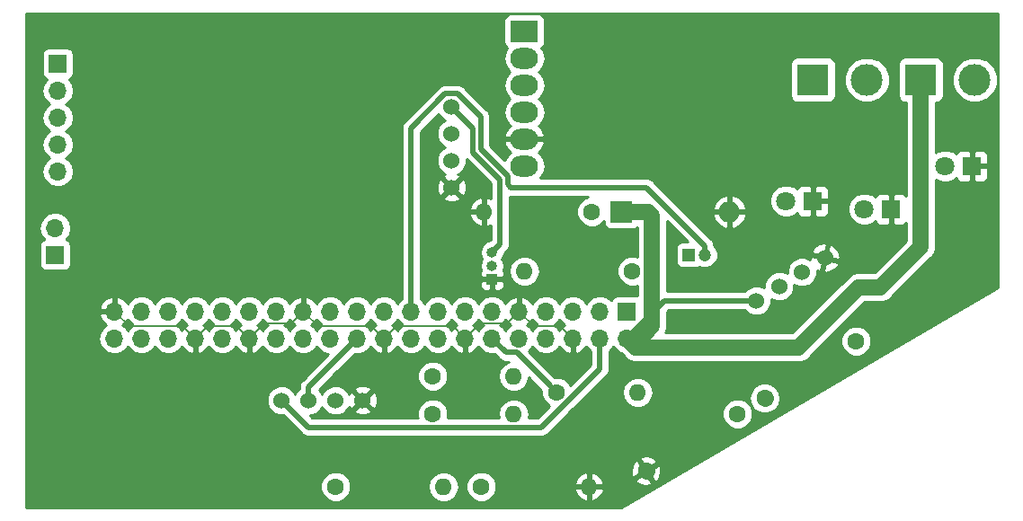
<source format=gbr>
G04 #@! TF.GenerationSoftware,KiCad,Pcbnew,(5.0.2)-1*
G04 #@! TF.CreationDate,2021-01-07T20:02:58+01:00*
G04 #@! TF.ProjectId,Radmesser,5261646d-6573-4736-9572-2e6b69636164,rev?*
G04 #@! TF.SameCoordinates,Original*
G04 #@! TF.FileFunction,Copper,L2,Bot*
G04 #@! TF.FilePolarity,Positive*
%FSLAX46Y46*%
G04 Gerber Fmt 4.6, Leading zero omitted, Abs format (unit mm)*
G04 Created by KiCad (PCBNEW (5.0.2)-1) date 07.01.2021 20:02:58*
%MOMM*%
%LPD*%
G01*
G04 APERTURE LIST*
G04 #@! TA.AperFunction,ComponentPad*
%ADD10C,1.600000*%
G04 #@! TD*
G04 #@! TA.AperFunction,ComponentPad*
%ADD11O,1.600000X1.600000*%
G04 #@! TD*
G04 #@! TA.AperFunction,ComponentPad*
%ADD12C,1.530000*%
G04 #@! TD*
G04 #@! TA.AperFunction,ComponentPad*
%ADD13R,1.800000X1.800000*%
G04 #@! TD*
G04 #@! TA.AperFunction,ComponentPad*
%ADD14C,1.800000*%
G04 #@! TD*
G04 #@! TA.AperFunction,ComponentPad*
%ADD15O,1.000000X1.000000*%
G04 #@! TD*
G04 #@! TA.AperFunction,ComponentPad*
%ADD16R,1.000000X1.000000*%
G04 #@! TD*
G04 #@! TA.AperFunction,ComponentPad*
%ADD17C,1.200000*%
G04 #@! TD*
G04 #@! TA.AperFunction,ComponentPad*
%ADD18R,1.200000X1.200000*%
G04 #@! TD*
G04 #@! TA.AperFunction,Conductor*
%ADD19C,1.600000*%
G04 #@! TD*
G04 #@! TA.AperFunction,ComponentPad*
%ADD20O,2.000000X2.000000*%
G04 #@! TD*
G04 #@! TA.AperFunction,ComponentPad*
%ADD21R,2.000000X2.000000*%
G04 #@! TD*
G04 #@! TA.AperFunction,ComponentPad*
%ADD22O,1.700000X1.700000*%
G04 #@! TD*
G04 #@! TA.AperFunction,ComponentPad*
%ADD23R,1.700000X1.700000*%
G04 #@! TD*
G04 #@! TA.AperFunction,ComponentPad*
%ADD24O,2.600000X2.000000*%
G04 #@! TD*
G04 #@! TA.AperFunction,ComponentPad*
%ADD25R,2.600000X2.000000*%
G04 #@! TD*
G04 #@! TA.AperFunction,ComponentPad*
%ADD26R,3.000000X3.000000*%
G04 #@! TD*
G04 #@! TA.AperFunction,ComponentPad*
%ADD27C,3.000000*%
G04 #@! TD*
G04 #@! TA.AperFunction,Conductor*
%ADD28C,0.200000*%
G04 #@! TD*
G04 #@! TA.AperFunction,Conductor*
%ADD29C,0.500000*%
G04 #@! TD*
G04 #@! TA.AperFunction,Conductor*
%ADD30C,1.500000*%
G04 #@! TD*
G04 #@! TA.AperFunction,Conductor*
%ADD31C,0.254000*%
G04 #@! TD*
G04 APERTURE END LIST*
D10*
G04 #@! TO.P,R6,1*
G04 #@! TO.N,Net-(J1-Pad12)*
X188722000Y-124460000D03*
D11*
G04 #@! TO.P,R6,2*
G04 #@! TO.N,Net-(Dgrun1-Pad2)*
X196342000Y-124460000D03*
G04 #@! TD*
D12*
G04 #@! TO.P,Uvorne1,2*
G04 #@! TO.N,Net-(J1-Pad22)*
X165354000Y-125222000D03*
G04 #@! TO.P,Uvorne1,3*
G04 #@! TO.N,Net-(R4-Pad1)*
X167894000Y-125222000D03*
G04 #@! TO.P,Uvorne1,4*
G04 #@! TO.N,GND*
X170434000Y-125222001D03*
G04 #@! TO.P,Uvorne1,1*
G04 #@! TO.N,Net-(D4-Pad1)*
X162814000Y-125221999D03*
G04 #@! TD*
G04 #@! TO.P,Uhinten2,1*
G04 #@! TO.N,Net-(D4-Pad1)*
X207518938Y-115810994D03*
G04 #@! TO.P,Uhinten2,4*
G04 #@! TO.N,GND*
X213981062Y-111773006D03*
G04 #@! TO.P,Uhinten2,3*
G04 #@! TO.N,Net-(R2-Pad1)*
X211827021Y-113119003D03*
G04 #@! TO.P,Uhinten2,2*
G04 #@! TO.N,Net-(J1-Pad22)*
X209672979Y-114464997D03*
G04 #@! TD*
D13*
G04 #@! TO.P,Drot2,1*
G04 #@! TO.N,GND*
X220218000Y-107188000D03*
D14*
G04 #@! TO.P,Drot2,2*
G04 #@! TO.N,Net-(Drot2-Pad2)*
X217678000Y-107188000D03*
G04 #@! TD*
G04 #@! TO.P,Dgrun1,2*
G04 #@! TO.N,Net-(Dgrun1-Pad2)*
X210312000Y-106426000D03*
D13*
G04 #@! TO.P,Dgrun1,1*
G04 #@! TO.N,GND*
X212852000Y-106426000D03*
G04 #@! TD*
D15*
G04 #@! TO.P,U3,3*
G04 #@! TO.N,Net-(GPS1-Pad1)*
X182626000Y-111252000D03*
G04 #@! TO.P,U3,2*
G04 #@! TO.N,Net-(J1-Pad7)*
X182626000Y-112522000D03*
D16*
G04 #@! TO.P,U3,1*
G04 #@! TO.N,GND*
X182626000Y-113792000D03*
G04 #@! TD*
D17*
G04 #@! TO.P,SW1,2*
G04 #@! TO.N,Net-(J1-Pad17)*
X202668000Y-111506000D03*
D18*
G04 #@! TO.P,SW1,1*
G04 #@! TO.N,Net-(J1-Pad31)*
X201168000Y-111506000D03*
G04 #@! TD*
D10*
G04 #@! TO.P,R1,2*
G04 #@! TO.N,GND*
X197123831Y-131875980D03*
D19*
G04 #@! TD*
G04 #@! TO.N,GND*
G04 #@! TO.C,R1*
X197123831Y-131875980D02*
X197123831Y-131875980D01*
D10*
G04 #@! TO.P,R1,1*
G04 #@! TO.N,Net-(J1-Pad16)*
X205740000Y-126492000D03*
G04 #@! TD*
G04 #@! TO.P,R2,1*
G04 #@! TO.N,Net-(R2-Pad1)*
X216916000Y-119634000D03*
G04 #@! TO.P,R2,2*
G04 #@! TO.N,Net-(J1-Pad16)*
X208299831Y-125017980D03*
D19*
G04 #@! TD*
G04 #@! TO.N,Net-(J1-Pad16)*
G04 #@! TO.C,R2*
X208299831Y-125017980D02*
X208299831Y-125017980D01*
D11*
G04 #@! TO.P,R3,2*
G04 #@! TO.N,GND*
X191770000Y-133350000D03*
D10*
G04 #@! TO.P,R3,1*
G04 #@! TO.N,Net-(J1-Pad18)*
X181610000Y-133350000D03*
G04 #@! TD*
G04 #@! TO.P,R4,1*
G04 #@! TO.N,Net-(R4-Pad1)*
X167894000Y-133350000D03*
D11*
G04 #@! TO.P,R4,2*
G04 #@! TO.N,Net-(J1-Pad18)*
X178054000Y-133350000D03*
G04 #@! TD*
G04 #@! TO.P,R7,2*
G04 #@! TO.N,Net-(J1-Pad7)*
X185674000Y-113030000D03*
D10*
G04 #@! TO.P,R7,1*
G04 #@! TO.N,Net-(GPS1-Pad1)*
X195834000Y-113030000D03*
G04 #@! TD*
G04 #@! TO.P,R8,1*
G04 #@! TO.N,Net-(J1-Pad31)*
X192024000Y-107442000D03*
D11*
G04 #@! TO.P,R8,2*
G04 #@! TO.N,GND*
X181864000Y-107442000D03*
G04 #@! TD*
D14*
G04 #@! TO.P,Dgelb3,2*
G04 #@! TO.N,Net-(Dgelb3-Pad2)*
X225298000Y-103124000D03*
D13*
G04 #@! TO.P,Dgelb3,1*
G04 #@! TO.N,GND*
X227838000Y-103124000D03*
G04 #@! TD*
D11*
G04 #@! TO.P,R5,2*
G04 #@! TO.N,Net-(Drot2-Pad2)*
X184658000Y-126492000D03*
D10*
G04 #@! TO.P,R5,1*
G04 #@! TO.N,Net-(J1-Pad38)*
X177038000Y-126492000D03*
G04 #@! TD*
D11*
G04 #@! TO.P,R9,2*
G04 #@! TO.N,Net-(Dgelb3-Pad2)*
X184658000Y-122936000D03*
D10*
G04 #@! TO.P,R9,1*
G04 #@! TO.N,Net-(J1-Pad36)*
X177038000Y-122936000D03*
G04 #@! TD*
D20*
G04 #@! TO.P,D4,2*
G04 #@! TO.N,GND*
X204978000Y-107442000D03*
D21*
G04 #@! TO.P,D4,1*
G04 #@! TO.N,Net-(D4-Pad1)*
X194818000Y-107442000D03*
G04 #@! TD*
D22*
G04 #@! TO.P,J2,2*
G04 #@! TO.N,Net-(J2-Pad2)*
X141478000Y-108966000D03*
D23*
G04 #@! TO.P,J2,1*
G04 #@! TO.N,Net-(J2-Pad1)*
X141478000Y-111506000D03*
G04 #@! TD*
D12*
G04 #@! TO.P,GPS1,2*
G04 #@! TO.N,Net-(GPS1-Pad2)*
X178816000Y-100076000D03*
G04 #@! TO.P,GPS1,3*
G04 #@! TO.N,Net-(GPS1-Pad3)*
X178816000Y-102616000D03*
G04 #@! TO.P,GPS1,4*
G04 #@! TO.N,GND*
X178816000Y-105156000D03*
G04 #@! TO.P,GPS1,1*
G04 #@! TO.N,Net-(GPS1-Pad1)*
X178816000Y-97536000D03*
G04 #@! TD*
D24*
G04 #@! TO.P,U4,6*
G04 #@! TO.N,Net-(SW2-Pad2)*
X185674000Y-103124000D03*
G04 #@! TO.P,U4,5*
G04 #@! TO.N,GND*
X185674000Y-100584000D03*
G04 #@! TO.P,U4,4*
G04 #@! TO.N,Net-(J3-Pad2)*
X185674000Y-98044000D03*
G04 #@! TO.P,U4,3*
G04 #@! TO.N,Net-(J3-Pad1)*
X185674000Y-95504000D03*
G04 #@! TO.P,U4,2*
G04 #@! TO.N,Net-(J2-Pad2)*
X185674000Y-92964000D03*
D25*
G04 #@! TO.P,U4,1*
G04 #@! TO.N,Net-(J2-Pad1)*
X185674000Y-90424000D03*
G04 #@! TD*
D22*
G04 #@! TO.P,J1,40*
G04 #@! TO.N,Net-(J1-Pad40)*
X147066000Y-119380000D03*
G04 #@! TO.P,J1,39*
G04 #@! TO.N,GND*
X147066000Y-116840000D03*
G04 #@! TO.P,J1,38*
G04 #@! TO.N,Net-(J1-Pad38)*
X149606000Y-119380000D03*
G04 #@! TO.P,J1,37*
G04 #@! TO.N,Net-(J1-Pad37)*
X149606000Y-116840000D03*
G04 #@! TO.P,J1,36*
G04 #@! TO.N,Net-(J1-Pad36)*
X152146000Y-119380000D03*
G04 #@! TO.P,J1,35*
G04 #@! TO.N,Net-(J1-Pad35)*
X152146000Y-116840000D03*
G04 #@! TO.P,J1,34*
G04 #@! TO.N,GND*
X154686000Y-119380000D03*
G04 #@! TO.P,J1,33*
G04 #@! TO.N,Net-(J1-Pad33)*
X154686000Y-116840000D03*
G04 #@! TO.P,J1,32*
G04 #@! TO.N,Net-(J1-Pad32)*
X157226000Y-119380000D03*
G04 #@! TO.P,J1,31*
G04 #@! TO.N,Net-(J1-Pad31)*
X157226000Y-116840000D03*
G04 #@! TO.P,J1,30*
G04 #@! TO.N,GND*
X159766000Y-119380000D03*
G04 #@! TO.P,J1,29*
G04 #@! TO.N,Net-(J1-Pad29)*
X159766000Y-116840000D03*
G04 #@! TO.P,J1,28*
G04 #@! TO.N,Net-(J1-Pad28)*
X162306000Y-119380000D03*
G04 #@! TO.P,J1,27*
G04 #@! TO.N,Net-(J1-Pad27)*
X162306000Y-116840000D03*
G04 #@! TO.P,J1,26*
G04 #@! TO.N,Net-(J1-Pad26)*
X164846000Y-119380000D03*
G04 #@! TO.P,J1,25*
G04 #@! TO.N,GND*
X164846000Y-116840000D03*
G04 #@! TO.P,J1,24*
G04 #@! TO.N,Net-(J1-Pad24)*
X167386000Y-119380000D03*
G04 #@! TO.P,J1,23*
G04 #@! TO.N,Net-(J1-Pad23)*
X167386000Y-116840000D03*
G04 #@! TO.P,J1,22*
G04 #@! TO.N,Net-(J1-Pad22)*
X169926000Y-119380000D03*
G04 #@! TO.P,J1,21*
G04 #@! TO.N,Net-(J1-Pad21)*
X169926000Y-116840000D03*
G04 #@! TO.P,J1,20*
G04 #@! TO.N,GND*
X172466000Y-119380000D03*
G04 #@! TO.P,J1,19*
G04 #@! TO.N,Net-(J1-Pad19)*
X172466000Y-116840000D03*
G04 #@! TO.P,J1,18*
G04 #@! TO.N,Net-(J1-Pad18)*
X175006000Y-119380000D03*
G04 #@! TO.P,J1,17*
G04 #@! TO.N,Net-(J1-Pad17)*
X175006000Y-116840000D03*
G04 #@! TO.P,J1,16*
G04 #@! TO.N,Net-(J1-Pad16)*
X177546000Y-119380000D03*
G04 #@! TO.P,J1,15*
G04 #@! TO.N,Net-(J1-Pad15)*
X177546000Y-116840000D03*
G04 #@! TO.P,J1,14*
G04 #@! TO.N,GND*
X180086000Y-119380000D03*
G04 #@! TO.P,J1,13*
G04 #@! TO.N,Net-(J1-Pad13)*
X180086000Y-116840000D03*
G04 #@! TO.P,J1,12*
G04 #@! TO.N,Net-(J1-Pad12)*
X182626000Y-119380000D03*
G04 #@! TO.P,J1,11*
G04 #@! TO.N,Net-(J1-Pad11)*
X182626000Y-116840000D03*
G04 #@! TO.P,J1,10*
G04 #@! TO.N,Net-(GPS1-Pad3)*
X185166000Y-119380000D03*
G04 #@! TO.P,J1,9*
G04 #@! TO.N,GND*
X185166000Y-116840000D03*
G04 #@! TO.P,J1,8*
G04 #@! TO.N,Net-(GPS1-Pad2)*
X187706000Y-119380000D03*
G04 #@! TO.P,J1,7*
G04 #@! TO.N,Net-(J1-Pad7)*
X187706000Y-116840000D03*
G04 #@! TO.P,J1,6*
G04 #@! TO.N,GND*
X190246000Y-119380000D03*
G04 #@! TO.P,J1,5*
G04 #@! TO.N,Net-(J1-Pad5)*
X190246000Y-116840000D03*
G04 #@! TO.P,J1,4*
G04 #@! TO.N,Net-(D4-Pad1)*
X192786000Y-119380000D03*
G04 #@! TO.P,J1,3*
G04 #@! TO.N,Net-(J1-Pad3)*
X192786000Y-116840000D03*
G04 #@! TO.P,J1,2*
G04 #@! TO.N,Net-(D4-Pad1)*
X195326000Y-119380000D03*
D23*
G04 #@! TO.P,J1,1*
G04 #@! TO.N,Net-(GPS1-Pad1)*
X195326000Y-116840000D03*
G04 #@! TD*
D26*
G04 #@! TO.P,J3,1*
G04 #@! TO.N,Net-(J3-Pad1)*
X212852000Y-94996000D03*
D27*
G04 #@! TO.P,J3,2*
G04 #@! TO.N,Net-(J3-Pad2)*
X217932000Y-94996000D03*
G04 #@! TD*
G04 #@! TO.P,SW2,2*
G04 #@! TO.N,Net-(SW2-Pad2)*
X228092000Y-94996000D03*
D26*
G04 #@! TO.P,SW2,1*
G04 #@! TO.N,Net-(D4-Pad1)*
X223012000Y-94996000D03*
G04 #@! TD*
D22*
G04 #@! TO.P,J4,5*
G04 #@! TO.N,Net-(J2-Pad2)*
X141732000Y-103632000D03*
G04 #@! TO.P,J4,4*
G04 #@! TO.N,Net-(J4-Pad4)*
X141732000Y-101092000D03*
G04 #@! TO.P,J4,3*
G04 #@! TO.N,Net-(J4-Pad3)*
X141732000Y-98552000D03*
G04 #@! TO.P,J4,2*
G04 #@! TO.N,Net-(J4-Pad2)*
X141732000Y-96012000D03*
D23*
G04 #@! TO.P,J4,1*
G04 #@! TO.N,Net-(J2-Pad1)*
X141732000Y-93472000D03*
G04 #@! TD*
D28*
G04 #@! TO.N,GND*
X184316001Y-117689999D02*
X185166000Y-116840000D01*
X184015999Y-117990001D02*
X184316001Y-117689999D01*
X181475999Y-117990001D02*
X184015999Y-117990001D01*
X180086000Y-119380000D02*
X181475999Y-117990001D01*
X189396001Y-118530001D02*
X190246000Y-119380000D01*
X189095999Y-118229999D02*
X189396001Y-118530001D01*
X186555999Y-118229999D02*
X189095999Y-118229999D01*
X185166000Y-116840000D02*
X186555999Y-118229999D01*
X173315999Y-118530001D02*
X172466000Y-119380000D01*
X173616001Y-118229999D02*
X173315999Y-118530001D01*
X178935999Y-118229999D02*
X173616001Y-118229999D01*
X180086000Y-119380000D02*
X178935999Y-118229999D01*
X171616001Y-118530001D02*
X172466000Y-119380000D01*
X171315999Y-118229999D02*
X171616001Y-118530001D01*
X166235999Y-118229999D02*
X171315999Y-118229999D01*
X164846000Y-116840000D02*
X166235999Y-118229999D01*
X160615999Y-118530001D02*
X159766000Y-119380000D01*
X161155999Y-117990001D02*
X160615999Y-118530001D01*
X163695999Y-117990001D02*
X161155999Y-117990001D01*
X164846000Y-116840000D02*
X163695999Y-117990001D01*
X158916001Y-118530001D02*
X159766000Y-119380000D01*
X158615999Y-118229999D02*
X158916001Y-118530001D01*
X155836001Y-118229999D02*
X158615999Y-118229999D01*
X154686000Y-119380000D02*
X155836001Y-118229999D01*
X153836001Y-118530001D02*
X154686000Y-119380000D01*
X153535999Y-118229999D02*
X153836001Y-118530001D01*
X148455999Y-118229999D02*
X153535999Y-118229999D01*
X147066000Y-116840000D02*
X148455999Y-118229999D01*
D29*
G04 #@! TO.N,Net-(GPS1-Pad1)*
X178816000Y-97536000D02*
X180848000Y-99568000D01*
X180848000Y-99568000D02*
X180848000Y-101854000D01*
X180848000Y-101854000D02*
X183388000Y-104394000D01*
X183388000Y-110490000D02*
X182626000Y-111252000D01*
X183388000Y-104394000D02*
X183388000Y-110490000D01*
G04 #@! TO.N,Net-(J1-Pad22)*
X165354000Y-123952000D02*
X169926000Y-119380000D01*
X165354000Y-125222000D02*
X165354000Y-123952000D01*
G04 #@! TO.N,Net-(J1-Pad12)*
X187922001Y-123660001D02*
X188722000Y-124460000D01*
X184942001Y-120680001D02*
X187922001Y-123660001D01*
X183926001Y-120680001D02*
X184942001Y-120680001D01*
X182626000Y-119380000D02*
X183926001Y-120680001D01*
G04 #@! TO.N,Net-(J1-Pad17)*
X175006000Y-99547798D02*
X175006000Y-116840000D01*
X181548010Y-98469808D02*
X179399201Y-96320999D01*
X178232799Y-96320999D02*
X175006000Y-99547798D01*
X181548010Y-101564048D02*
X181548010Y-98469808D01*
X179399201Y-96320999D02*
X178232799Y-96320999D01*
X197166528Y-105156000D02*
X184404000Y-105156000D01*
X184404000Y-105156000D02*
X184088010Y-104840010D01*
X202668000Y-110657472D02*
X197166528Y-105156000D01*
X184088010Y-104840010D02*
X184088010Y-104104048D01*
X202668000Y-111506000D02*
X202668000Y-110657472D01*
X184088010Y-104104048D02*
X181548010Y-101564048D01*
G04 #@! TO.N,Net-(D4-Pad1)*
X198895006Y-115810994D02*
X195326000Y-119380000D01*
X207518938Y-115810994D02*
X198895006Y-115810994D01*
X163578999Y-125986998D02*
X162814000Y-125221999D01*
X165334002Y-127742001D02*
X163578999Y-125986998D01*
X187290001Y-127742001D02*
X165334002Y-127742001D01*
X192786000Y-122246002D02*
X187290001Y-127742001D01*
X192786000Y-119380000D02*
X192786000Y-122246002D01*
D30*
X196528081Y-119380000D02*
X195326000Y-119380000D01*
X197684001Y-118224080D02*
X196528081Y-119380000D01*
X197684001Y-107808001D02*
X197684001Y-118224080D01*
X197318000Y-107442000D02*
X197684001Y-107808001D01*
X194818000Y-107442000D02*
X197318000Y-107442000D01*
X196175999Y-120229999D02*
X195326000Y-119380000D01*
X211494001Y-120229999D02*
X196175999Y-120229999D01*
X217170000Y-114554000D02*
X211494001Y-120229999D01*
X219202000Y-114554000D02*
X217170000Y-114554000D01*
X223012000Y-94996000D02*
X223012000Y-110744000D01*
X223012000Y-110744000D02*
X219202000Y-114554000D01*
G04 #@! TD*
D31*
G04 #@! TO.N,GND*
G36*
X230265000Y-114606781D02*
X194808053Y-135290000D01*
X138710000Y-135290000D01*
X138710000Y-133064561D01*
X166459000Y-133064561D01*
X166459000Y-133635439D01*
X166677466Y-134162862D01*
X167081138Y-134566534D01*
X167608561Y-134785000D01*
X168179439Y-134785000D01*
X168706862Y-134566534D01*
X169110534Y-134162862D01*
X169329000Y-133635439D01*
X169329000Y-133350000D01*
X176590887Y-133350000D01*
X176702260Y-133909909D01*
X177019423Y-134384577D01*
X177494091Y-134701740D01*
X177912667Y-134785000D01*
X178195333Y-134785000D01*
X178613909Y-134701740D01*
X179088577Y-134384577D01*
X179405740Y-133909909D01*
X179517113Y-133350000D01*
X179460336Y-133064561D01*
X180175000Y-133064561D01*
X180175000Y-133635439D01*
X180393466Y-134162862D01*
X180797138Y-134566534D01*
X181324561Y-134785000D01*
X181895439Y-134785000D01*
X182422862Y-134566534D01*
X182826534Y-134162862D01*
X183018655Y-133699039D01*
X190378096Y-133699039D01*
X190538959Y-134087423D01*
X190914866Y-134502389D01*
X191420959Y-134741914D01*
X191643000Y-134620629D01*
X191643000Y-133477000D01*
X191897000Y-133477000D01*
X191897000Y-134620629D01*
X192119041Y-134741914D01*
X192625134Y-134502389D01*
X193001041Y-134087423D01*
X193161904Y-133699039D01*
X193039915Y-133477000D01*
X191897000Y-133477000D01*
X191643000Y-133477000D01*
X190500085Y-133477000D01*
X190378096Y-133699039D01*
X183018655Y-133699039D01*
X183045000Y-133635439D01*
X183045000Y-133064561D01*
X183018656Y-133000961D01*
X190378096Y-133000961D01*
X190500085Y-133223000D01*
X191643000Y-133223000D01*
X191643000Y-132079371D01*
X191897000Y-132079371D01*
X191897000Y-133223000D01*
X193039915Y-133223000D01*
X193161904Y-133000961D01*
X193019290Y-132656635D01*
X196114182Y-132656635D01*
X196128392Y-132909579D01*
X196470624Y-133153703D01*
X197009309Y-133306413D01*
X197565429Y-133241354D01*
X197689460Y-133020834D01*
X197083429Y-132050982D01*
X196114182Y-132656635D01*
X193019290Y-132656635D01*
X193001041Y-132612577D01*
X192625134Y-132197611D01*
X192119041Y-131958086D01*
X191897000Y-132079371D01*
X191643000Y-132079371D01*
X191420959Y-131958086D01*
X190914866Y-132197611D01*
X190538959Y-132612577D01*
X190378096Y-133000961D01*
X183018656Y-133000961D01*
X182826534Y-132537138D01*
X182422862Y-132133466D01*
X181895439Y-131915000D01*
X181324561Y-131915000D01*
X180797138Y-132133466D01*
X180393466Y-132537138D01*
X180175000Y-133064561D01*
X179460336Y-133064561D01*
X179405740Y-132790091D01*
X179088577Y-132315423D01*
X178613909Y-131998260D01*
X178195333Y-131915000D01*
X177912667Y-131915000D01*
X177494091Y-131998260D01*
X177019423Y-132315423D01*
X176702260Y-132790091D01*
X176590887Y-133350000D01*
X169329000Y-133350000D01*
X169329000Y-133064561D01*
X169110534Y-132537138D01*
X168706862Y-132133466D01*
X168179439Y-131915000D01*
X167608561Y-131915000D01*
X167081138Y-132133466D01*
X166677466Y-132537138D01*
X166459000Y-133064561D01*
X138710000Y-133064561D01*
X138710000Y-131902962D01*
X195689074Y-131902962D01*
X195758467Y-132317575D01*
X195979582Y-132441230D01*
X196819515Y-131916382D01*
X197298833Y-131916382D01*
X197904864Y-132886235D01*
X198157437Y-132871426D01*
X198459699Y-132400109D01*
X198558588Y-131848998D01*
X198489195Y-131434385D01*
X198268080Y-131310730D01*
X197298833Y-131916382D01*
X196819515Y-131916382D01*
X196948829Y-131835578D01*
X196342798Y-130865725D01*
X196090225Y-130880534D01*
X195787963Y-131351851D01*
X195689074Y-131902962D01*
X138710000Y-131902962D01*
X138710000Y-130731126D01*
X196558202Y-130731126D01*
X197164233Y-131700978D01*
X198133480Y-131095325D01*
X198119270Y-130842381D01*
X197777038Y-130598257D01*
X197238353Y-130445547D01*
X196682233Y-130510606D01*
X196558202Y-130731126D01*
X138710000Y-130731126D01*
X138710000Y-119380000D01*
X145551908Y-119380000D01*
X145667161Y-119959418D01*
X145995375Y-120450625D01*
X146486582Y-120778839D01*
X146919744Y-120865000D01*
X147212256Y-120865000D01*
X147645418Y-120778839D01*
X148136625Y-120450625D01*
X148336000Y-120152239D01*
X148535375Y-120450625D01*
X149026582Y-120778839D01*
X149459744Y-120865000D01*
X149752256Y-120865000D01*
X150185418Y-120778839D01*
X150676625Y-120450625D01*
X150876000Y-120152239D01*
X151075375Y-120450625D01*
X151566582Y-120778839D01*
X151999744Y-120865000D01*
X152292256Y-120865000D01*
X152725418Y-120778839D01*
X153216625Y-120450625D01*
X153429843Y-120131522D01*
X153490817Y-120261358D01*
X153919076Y-120651645D01*
X154329110Y-120821476D01*
X154559000Y-120700155D01*
X154559000Y-119507000D01*
X154539000Y-119507000D01*
X154539000Y-119253000D01*
X154559000Y-119253000D01*
X154559000Y-119233000D01*
X154813000Y-119233000D01*
X154813000Y-119253000D01*
X154833000Y-119253000D01*
X154833000Y-119507000D01*
X154813000Y-119507000D01*
X154813000Y-120700155D01*
X155042890Y-120821476D01*
X155452924Y-120651645D01*
X155881183Y-120261358D01*
X155942157Y-120131522D01*
X156155375Y-120450625D01*
X156646582Y-120778839D01*
X157079744Y-120865000D01*
X157372256Y-120865000D01*
X157805418Y-120778839D01*
X158296625Y-120450625D01*
X158509843Y-120131522D01*
X158570817Y-120261358D01*
X158999076Y-120651645D01*
X159409110Y-120821476D01*
X159639000Y-120700155D01*
X159639000Y-119507000D01*
X159619000Y-119507000D01*
X159619000Y-119253000D01*
X159639000Y-119253000D01*
X159639000Y-119233000D01*
X159893000Y-119233000D01*
X159893000Y-119253000D01*
X159913000Y-119253000D01*
X159913000Y-119507000D01*
X159893000Y-119507000D01*
X159893000Y-120700155D01*
X160122890Y-120821476D01*
X160532924Y-120651645D01*
X160961183Y-120261358D01*
X161022157Y-120131522D01*
X161235375Y-120450625D01*
X161726582Y-120778839D01*
X162159744Y-120865000D01*
X162452256Y-120865000D01*
X162885418Y-120778839D01*
X163376625Y-120450625D01*
X163576000Y-120152239D01*
X163775375Y-120450625D01*
X164266582Y-120778839D01*
X164699744Y-120865000D01*
X164992256Y-120865000D01*
X165425418Y-120778839D01*
X165916625Y-120450625D01*
X166116000Y-120152239D01*
X166315375Y-120450625D01*
X166806582Y-120778839D01*
X167197770Y-120856651D01*
X164789845Y-123264577D01*
X164715952Y-123313951D01*
X164666578Y-123387844D01*
X164666576Y-123387846D01*
X164520348Y-123606691D01*
X164451663Y-123952000D01*
X164469001Y-124039165D01*
X164469001Y-124127099D01*
X164167137Y-124428963D01*
X164084000Y-124629674D01*
X164000863Y-124428962D01*
X163607037Y-124035136D01*
X163092477Y-123821999D01*
X162535523Y-123821999D01*
X162020963Y-124035136D01*
X161627137Y-124428962D01*
X161414000Y-124943522D01*
X161414000Y-125500476D01*
X161627137Y-126015036D01*
X162020963Y-126408862D01*
X162535523Y-126621999D01*
X162962421Y-126621999D01*
X163014844Y-126674422D01*
X163014847Y-126674424D01*
X164646579Y-128306157D01*
X164695953Y-128380050D01*
X164769846Y-128429424D01*
X164769847Y-128429425D01*
X164825588Y-128466670D01*
X164988692Y-128575653D01*
X165246837Y-128627001D01*
X165246842Y-128627001D01*
X165334001Y-128644338D01*
X165421161Y-128627001D01*
X187202840Y-128627001D01*
X187290001Y-128644338D01*
X187377162Y-128627001D01*
X187377166Y-128627001D01*
X187635311Y-128575653D01*
X187928050Y-128380050D01*
X187977426Y-128306154D01*
X190077019Y-126206561D01*
X204305000Y-126206561D01*
X204305000Y-126777439D01*
X204523466Y-127304862D01*
X204927138Y-127708534D01*
X205454561Y-127927000D01*
X206025439Y-127927000D01*
X206552862Y-127708534D01*
X206956534Y-127304862D01*
X207175000Y-126777439D01*
X207175000Y-126206561D01*
X206956534Y-125679138D01*
X206552862Y-125275466D01*
X206025439Y-125057000D01*
X205454561Y-125057000D01*
X204927138Y-125275466D01*
X204523466Y-125679138D01*
X204305000Y-126206561D01*
X190077019Y-126206561D01*
X191823580Y-124460000D01*
X194878887Y-124460000D01*
X194990260Y-125019909D01*
X195307423Y-125494577D01*
X195782091Y-125811740D01*
X196200667Y-125895000D01*
X196483333Y-125895000D01*
X196901909Y-125811740D01*
X197376577Y-125494577D01*
X197693740Y-125019909D01*
X197694123Y-125017980D01*
X206836718Y-125017980D01*
X206948091Y-125577889D01*
X207265254Y-126052557D01*
X207739922Y-126369720D01*
X208158498Y-126452980D01*
X208441164Y-126452980D01*
X208859740Y-126369720D01*
X209334408Y-126052557D01*
X209651571Y-125577889D01*
X209762944Y-125017980D01*
X209651571Y-124458071D01*
X209334408Y-123983403D01*
X208859740Y-123666240D01*
X208441164Y-123582980D01*
X208158498Y-123582980D01*
X207739922Y-123666240D01*
X207265254Y-123983403D01*
X206948091Y-124458071D01*
X206836718Y-125017980D01*
X197694123Y-125017980D01*
X197805113Y-124460000D01*
X197693740Y-123900091D01*
X197376577Y-123425423D01*
X196901909Y-123108260D01*
X196483333Y-123025000D01*
X196200667Y-123025000D01*
X195782091Y-123108260D01*
X195307423Y-123425423D01*
X194990260Y-123900091D01*
X194878887Y-124460000D01*
X191823580Y-124460000D01*
X193350156Y-122933425D01*
X193424049Y-122884051D01*
X193619652Y-122591312D01*
X193671000Y-122333167D01*
X193671000Y-122333163D01*
X193688337Y-122246003D01*
X193671000Y-122158843D01*
X193671000Y-120574656D01*
X193856625Y-120450625D01*
X194056000Y-120152239D01*
X194255375Y-120450625D01*
X194746582Y-120778839D01*
X194771014Y-120783699D01*
X195100199Y-121112884D01*
X195177470Y-121228528D01*
X195635599Y-121534640D01*
X196039592Y-121614999D01*
X196175998Y-121642132D01*
X196312404Y-121614999D01*
X211357594Y-121614999D01*
X211494001Y-121642132D01*
X211630408Y-121614999D01*
X212034401Y-121534640D01*
X212492530Y-121228528D01*
X212569800Y-121112885D01*
X214334124Y-119348561D01*
X215481000Y-119348561D01*
X215481000Y-119919439D01*
X215699466Y-120446862D01*
X216103138Y-120850534D01*
X216630561Y-121069000D01*
X217201439Y-121069000D01*
X217728862Y-120850534D01*
X218132534Y-120446862D01*
X218351000Y-119919439D01*
X218351000Y-119348561D01*
X218132534Y-118821138D01*
X217728862Y-118417466D01*
X217201439Y-118199000D01*
X216630561Y-118199000D01*
X216103138Y-118417466D01*
X215699466Y-118821138D01*
X215481000Y-119348561D01*
X214334124Y-119348561D01*
X217743686Y-115939000D01*
X219065593Y-115939000D01*
X219202000Y-115966133D01*
X219338407Y-115939000D01*
X219742400Y-115858641D01*
X220200529Y-115552529D01*
X220277799Y-115436886D01*
X223894888Y-111819798D01*
X224010529Y-111742529D01*
X224316641Y-111284400D01*
X224397000Y-110880407D01*
X224424133Y-110744000D01*
X224397000Y-110607593D01*
X224397000Y-104393817D01*
X224428493Y-104425310D01*
X224992670Y-104659000D01*
X225603330Y-104659000D01*
X226167507Y-104425310D01*
X226343861Y-104248956D01*
X226399673Y-104383699D01*
X226578302Y-104562327D01*
X226811691Y-104659000D01*
X227552250Y-104659000D01*
X227711000Y-104500250D01*
X227711000Y-103251000D01*
X227965000Y-103251000D01*
X227965000Y-104500250D01*
X228123750Y-104659000D01*
X228864309Y-104659000D01*
X229097698Y-104562327D01*
X229276327Y-104383699D01*
X229373000Y-104150310D01*
X229373000Y-103409750D01*
X229214250Y-103251000D01*
X227965000Y-103251000D01*
X227711000Y-103251000D01*
X227691000Y-103251000D01*
X227691000Y-102997000D01*
X227711000Y-102997000D01*
X227711000Y-101747750D01*
X227965000Y-101747750D01*
X227965000Y-102997000D01*
X229214250Y-102997000D01*
X229373000Y-102838250D01*
X229373000Y-102097690D01*
X229276327Y-101864301D01*
X229097698Y-101685673D01*
X228864309Y-101589000D01*
X228123750Y-101589000D01*
X227965000Y-101747750D01*
X227711000Y-101747750D01*
X227552250Y-101589000D01*
X226811691Y-101589000D01*
X226578302Y-101685673D01*
X226399673Y-101864301D01*
X226343861Y-101999044D01*
X226167507Y-101822690D01*
X225603330Y-101589000D01*
X224992670Y-101589000D01*
X224428493Y-101822690D01*
X224397000Y-101854183D01*
X224397000Y-97143440D01*
X224512000Y-97143440D01*
X224759765Y-97094157D01*
X224969809Y-96953809D01*
X225110157Y-96743765D01*
X225159440Y-96496000D01*
X225159440Y-94571322D01*
X225957000Y-94571322D01*
X225957000Y-95420678D01*
X226282034Y-96205380D01*
X226882620Y-96805966D01*
X227667322Y-97131000D01*
X228516678Y-97131000D01*
X229301380Y-96805966D01*
X229901966Y-96205380D01*
X230227000Y-95420678D01*
X230227000Y-94571322D01*
X229901966Y-93786620D01*
X229301380Y-93186034D01*
X228516678Y-92861000D01*
X227667322Y-92861000D01*
X226882620Y-93186034D01*
X226282034Y-93786620D01*
X225957000Y-94571322D01*
X225159440Y-94571322D01*
X225159440Y-93496000D01*
X225110157Y-93248235D01*
X224969809Y-93038191D01*
X224759765Y-92897843D01*
X224512000Y-92848560D01*
X221512000Y-92848560D01*
X221264235Y-92897843D01*
X221054191Y-93038191D01*
X220913843Y-93248235D01*
X220864560Y-93496000D01*
X220864560Y-96496000D01*
X220913843Y-96743765D01*
X221054191Y-96953809D01*
X221264235Y-97094157D01*
X221512000Y-97143440D01*
X221627000Y-97143440D01*
X221627001Y-105898975D01*
X221477698Y-105749673D01*
X221244309Y-105653000D01*
X220503750Y-105653000D01*
X220345000Y-105811750D01*
X220345000Y-107061000D01*
X220365000Y-107061000D01*
X220365000Y-107315000D01*
X220345000Y-107315000D01*
X220345000Y-108564250D01*
X220503750Y-108723000D01*
X221244309Y-108723000D01*
X221477698Y-108626327D01*
X221627001Y-108477025D01*
X221627001Y-110170313D01*
X218628315Y-113169000D01*
X217306407Y-113169000D01*
X217170000Y-113141867D01*
X217033593Y-113169000D01*
X216629600Y-113249359D01*
X216171471Y-113555471D01*
X216094202Y-113671112D01*
X210920316Y-118844999D01*
X198934841Y-118844999D01*
X198988642Y-118764480D01*
X199069001Y-118360487D01*
X199096134Y-118224080D01*
X199069001Y-118087673D01*
X199069001Y-116888578D01*
X199261585Y-116695994D01*
X206424038Y-116695994D01*
X206725901Y-116997857D01*
X207240461Y-117210994D01*
X207797415Y-117210994D01*
X208311975Y-116997857D01*
X208705801Y-116604031D01*
X208918938Y-116089471D01*
X208918938Y-115668013D01*
X209394502Y-115864997D01*
X209951456Y-115864997D01*
X210466016Y-115651860D01*
X210859842Y-115258034D01*
X211072979Y-114743474D01*
X211072979Y-114322018D01*
X211548544Y-114519003D01*
X212105498Y-114519003D01*
X212620058Y-114305866D01*
X213013884Y-113912040D01*
X213227021Y-113397480D01*
X213227021Y-112969713D01*
X213330706Y-113043671D01*
X213373239Y-113031527D01*
X213820850Y-113031527D01*
X214008575Y-113200169D01*
X214552633Y-113081004D01*
X215009674Y-112762708D01*
X215251727Y-112423362D01*
X215182445Y-112180708D01*
X214076238Y-111925320D01*
X213820850Y-113031527D01*
X213373239Y-113031527D01*
X213573360Y-112974389D01*
X213757685Y-112175991D01*
X213966921Y-111966755D01*
X213787313Y-111787147D01*
X213729249Y-111845211D01*
X213004243Y-111677830D01*
X214133376Y-111677830D01*
X215239583Y-111933218D01*
X215408225Y-111745493D01*
X215289060Y-111201435D01*
X214970764Y-110744394D01*
X214631418Y-110502341D01*
X214388764Y-110571623D01*
X214133376Y-111677830D01*
X213004243Y-111677830D01*
X212722541Y-111612794D01*
X212553899Y-111800519D01*
X212579003Y-111915135D01*
X212105498Y-111719003D01*
X211548544Y-111719003D01*
X211033984Y-111932140D01*
X210640158Y-112325966D01*
X210427021Y-112840526D01*
X210427021Y-113261982D01*
X209951456Y-113064997D01*
X209394502Y-113064997D01*
X208879942Y-113278134D01*
X208486116Y-113671960D01*
X208272979Y-114186520D01*
X208272979Y-114607978D01*
X207797415Y-114410994D01*
X207240461Y-114410994D01*
X206725901Y-114624131D01*
X206424038Y-114925994D01*
X199069001Y-114925994D01*
X199069001Y-108310051D01*
X201017509Y-110258560D01*
X200568000Y-110258560D01*
X200320235Y-110307843D01*
X200110191Y-110448191D01*
X199969843Y-110658235D01*
X199920560Y-110906000D01*
X199920560Y-112106000D01*
X199969843Y-112353765D01*
X200110191Y-112563809D01*
X200320235Y-112704157D01*
X200568000Y-112753440D01*
X201768000Y-112753440D01*
X202015765Y-112704157D01*
X202137317Y-112622938D01*
X202422343Y-112741000D01*
X202913657Y-112741000D01*
X203367571Y-112552982D01*
X203714982Y-112205571D01*
X203903000Y-111751657D01*
X203903000Y-111260343D01*
X203845966Y-111122650D01*
X212710397Y-111122650D01*
X212779679Y-111365304D01*
X213885886Y-111620692D01*
X214141274Y-110514485D01*
X213953549Y-110345843D01*
X213409491Y-110465008D01*
X212952450Y-110783304D01*
X212710397Y-111122650D01*
X203845966Y-111122650D01*
X203714982Y-110806429D01*
X203569621Y-110661068D01*
X203570337Y-110657471D01*
X203553000Y-110570311D01*
X203553000Y-110570307D01*
X203501652Y-110312162D01*
X203306049Y-110019423D01*
X203232156Y-109970049D01*
X201084541Y-107822434D01*
X203387876Y-107822434D01*
X203584598Y-108297385D01*
X204018006Y-108765505D01*
X204597565Y-109032133D01*
X204851000Y-108913319D01*
X204851000Y-107569000D01*
X205105000Y-107569000D01*
X205105000Y-108913319D01*
X205358435Y-109032133D01*
X205937994Y-108765505D01*
X206371402Y-108297385D01*
X206568124Y-107822434D01*
X206448777Y-107569000D01*
X205105000Y-107569000D01*
X204851000Y-107569000D01*
X203507223Y-107569000D01*
X203387876Y-107822434D01*
X201084541Y-107822434D01*
X200323673Y-107061566D01*
X203387876Y-107061566D01*
X203507223Y-107315000D01*
X204851000Y-107315000D01*
X204851000Y-105970681D01*
X205105000Y-105970681D01*
X205105000Y-107315000D01*
X206448777Y-107315000D01*
X206568124Y-107061566D01*
X206371402Y-106586615D01*
X205940008Y-106120670D01*
X208777000Y-106120670D01*
X208777000Y-106731330D01*
X209010690Y-107295507D01*
X209442493Y-107727310D01*
X210006670Y-107961000D01*
X210617330Y-107961000D01*
X211181507Y-107727310D01*
X211357861Y-107550956D01*
X211413673Y-107685699D01*
X211592302Y-107864327D01*
X211825691Y-107961000D01*
X212566250Y-107961000D01*
X212725000Y-107802250D01*
X212725000Y-106553000D01*
X212979000Y-106553000D01*
X212979000Y-107802250D01*
X213137750Y-107961000D01*
X213878309Y-107961000D01*
X214111698Y-107864327D01*
X214290327Y-107685699D01*
X214387000Y-107452310D01*
X214387000Y-106882670D01*
X216143000Y-106882670D01*
X216143000Y-107493330D01*
X216376690Y-108057507D01*
X216808493Y-108489310D01*
X217372670Y-108723000D01*
X217983330Y-108723000D01*
X218547507Y-108489310D01*
X218723861Y-108312956D01*
X218779673Y-108447699D01*
X218958302Y-108626327D01*
X219191691Y-108723000D01*
X219932250Y-108723000D01*
X220091000Y-108564250D01*
X220091000Y-107315000D01*
X220071000Y-107315000D01*
X220071000Y-107061000D01*
X220091000Y-107061000D01*
X220091000Y-105811750D01*
X219932250Y-105653000D01*
X219191691Y-105653000D01*
X218958302Y-105749673D01*
X218779673Y-105928301D01*
X218723861Y-106063044D01*
X218547507Y-105886690D01*
X217983330Y-105653000D01*
X217372670Y-105653000D01*
X216808493Y-105886690D01*
X216376690Y-106318493D01*
X216143000Y-106882670D01*
X214387000Y-106882670D01*
X214387000Y-106711750D01*
X214228250Y-106553000D01*
X212979000Y-106553000D01*
X212725000Y-106553000D01*
X212705000Y-106553000D01*
X212705000Y-106299000D01*
X212725000Y-106299000D01*
X212725000Y-105049750D01*
X212979000Y-105049750D01*
X212979000Y-106299000D01*
X214228250Y-106299000D01*
X214387000Y-106140250D01*
X214387000Y-105399690D01*
X214290327Y-105166301D01*
X214111698Y-104987673D01*
X213878309Y-104891000D01*
X213137750Y-104891000D01*
X212979000Y-105049750D01*
X212725000Y-105049750D01*
X212566250Y-104891000D01*
X211825691Y-104891000D01*
X211592302Y-104987673D01*
X211413673Y-105166301D01*
X211357861Y-105301044D01*
X211181507Y-105124690D01*
X210617330Y-104891000D01*
X210006670Y-104891000D01*
X209442493Y-105124690D01*
X209010690Y-105556493D01*
X208777000Y-106120670D01*
X205940008Y-106120670D01*
X205937994Y-106118495D01*
X205358435Y-105851867D01*
X205105000Y-105970681D01*
X204851000Y-105970681D01*
X204597565Y-105851867D01*
X204018006Y-106118495D01*
X203584598Y-106586615D01*
X203387876Y-107061566D01*
X200323673Y-107061566D01*
X197853952Y-104591846D01*
X197804577Y-104517951D01*
X197511838Y-104322348D01*
X197253693Y-104271000D01*
X197253689Y-104271000D01*
X197166528Y-104253663D01*
X197079367Y-104271000D01*
X187173996Y-104271000D01*
X187514136Y-103761945D01*
X187641031Y-103124000D01*
X187514136Y-102486055D01*
X187152769Y-101945231D01*
X186986371Y-101834048D01*
X187219922Y-101650317D01*
X187533144Y-101092355D01*
X187564124Y-100964434D01*
X187444777Y-100711000D01*
X185801000Y-100711000D01*
X185801000Y-100731000D01*
X185547000Y-100731000D01*
X185547000Y-100711000D01*
X183903223Y-100711000D01*
X183783876Y-100964434D01*
X183814856Y-101092355D01*
X184128078Y-101650317D01*
X184361629Y-101834048D01*
X184195231Y-101945231D01*
X183833864Y-102486055D01*
X183815237Y-102579697D01*
X182433010Y-101197470D01*
X182433010Y-98556969D01*
X182450347Y-98469808D01*
X182433010Y-98382647D01*
X182433010Y-98382643D01*
X182381662Y-98124498D01*
X182327875Y-98044000D01*
X182235434Y-97905653D01*
X182235433Y-97905652D01*
X182186059Y-97831759D01*
X182112166Y-97782385D01*
X180086626Y-95756846D01*
X180037250Y-95682950D01*
X179744511Y-95487347D01*
X179486366Y-95435999D01*
X179486362Y-95435999D01*
X179399201Y-95418662D01*
X179312040Y-95435999D01*
X178319960Y-95435999D01*
X178232799Y-95418662D01*
X178145638Y-95435999D01*
X178145634Y-95435999D01*
X177887489Y-95487347D01*
X177668644Y-95633575D01*
X177668643Y-95633576D01*
X177594750Y-95682950D01*
X177545376Y-95756843D01*
X174441847Y-98860373D01*
X174367951Y-98909749D01*
X174172348Y-99202489D01*
X174121000Y-99460634D01*
X174121000Y-99460637D01*
X174103663Y-99547798D01*
X174121000Y-99634959D01*
X174121001Y-115645344D01*
X173935375Y-115769375D01*
X173736000Y-116067761D01*
X173536625Y-115769375D01*
X173045418Y-115441161D01*
X172612256Y-115355000D01*
X172319744Y-115355000D01*
X171886582Y-115441161D01*
X171395375Y-115769375D01*
X171196000Y-116067761D01*
X170996625Y-115769375D01*
X170505418Y-115441161D01*
X170072256Y-115355000D01*
X169779744Y-115355000D01*
X169346582Y-115441161D01*
X168855375Y-115769375D01*
X168656000Y-116067761D01*
X168456625Y-115769375D01*
X167965418Y-115441161D01*
X167532256Y-115355000D01*
X167239744Y-115355000D01*
X166806582Y-115441161D01*
X166315375Y-115769375D01*
X166102157Y-116088478D01*
X166041183Y-115958642D01*
X165612924Y-115568355D01*
X165202890Y-115398524D01*
X164973000Y-115519845D01*
X164973000Y-116713000D01*
X164993000Y-116713000D01*
X164993000Y-116967000D01*
X164973000Y-116967000D01*
X164973000Y-116987000D01*
X164719000Y-116987000D01*
X164719000Y-116967000D01*
X164699000Y-116967000D01*
X164699000Y-116713000D01*
X164719000Y-116713000D01*
X164719000Y-115519845D01*
X164489110Y-115398524D01*
X164079076Y-115568355D01*
X163650817Y-115958642D01*
X163589843Y-116088478D01*
X163376625Y-115769375D01*
X162885418Y-115441161D01*
X162452256Y-115355000D01*
X162159744Y-115355000D01*
X161726582Y-115441161D01*
X161235375Y-115769375D01*
X161036000Y-116067761D01*
X160836625Y-115769375D01*
X160345418Y-115441161D01*
X159912256Y-115355000D01*
X159619744Y-115355000D01*
X159186582Y-115441161D01*
X158695375Y-115769375D01*
X158496000Y-116067761D01*
X158296625Y-115769375D01*
X157805418Y-115441161D01*
X157372256Y-115355000D01*
X157079744Y-115355000D01*
X156646582Y-115441161D01*
X156155375Y-115769375D01*
X155956000Y-116067761D01*
X155756625Y-115769375D01*
X155265418Y-115441161D01*
X154832256Y-115355000D01*
X154539744Y-115355000D01*
X154106582Y-115441161D01*
X153615375Y-115769375D01*
X153416000Y-116067761D01*
X153216625Y-115769375D01*
X152725418Y-115441161D01*
X152292256Y-115355000D01*
X151999744Y-115355000D01*
X151566582Y-115441161D01*
X151075375Y-115769375D01*
X150876000Y-116067761D01*
X150676625Y-115769375D01*
X150185418Y-115441161D01*
X149752256Y-115355000D01*
X149459744Y-115355000D01*
X149026582Y-115441161D01*
X148535375Y-115769375D01*
X148322157Y-116088478D01*
X148261183Y-115958642D01*
X147832924Y-115568355D01*
X147422890Y-115398524D01*
X147193000Y-115519845D01*
X147193000Y-116713000D01*
X147213000Y-116713000D01*
X147213000Y-116967000D01*
X147193000Y-116967000D01*
X147193000Y-116987000D01*
X146939000Y-116987000D01*
X146939000Y-116967000D01*
X145745181Y-116967000D01*
X145624514Y-117196892D01*
X145870817Y-117721358D01*
X146295786Y-118108647D01*
X145995375Y-118309375D01*
X145667161Y-118800582D01*
X145551908Y-119380000D01*
X138710000Y-119380000D01*
X138710000Y-116483108D01*
X145624514Y-116483108D01*
X145745181Y-116713000D01*
X146939000Y-116713000D01*
X146939000Y-115519845D01*
X146709110Y-115398524D01*
X146299076Y-115568355D01*
X145870817Y-115958642D01*
X145624514Y-116483108D01*
X138710000Y-116483108D01*
X138710000Y-108966000D01*
X139963908Y-108966000D01*
X140079161Y-109545418D01*
X140407375Y-110036625D01*
X140425619Y-110048816D01*
X140380235Y-110057843D01*
X140170191Y-110198191D01*
X140029843Y-110408235D01*
X139980560Y-110656000D01*
X139980560Y-112356000D01*
X140029843Y-112603765D01*
X140170191Y-112813809D01*
X140380235Y-112954157D01*
X140628000Y-113003440D01*
X142328000Y-113003440D01*
X142575765Y-112954157D01*
X142785809Y-112813809D01*
X142926157Y-112603765D01*
X142975440Y-112356000D01*
X142975440Y-110656000D01*
X142926157Y-110408235D01*
X142785809Y-110198191D01*
X142575765Y-110057843D01*
X142530381Y-110048816D01*
X142548625Y-110036625D01*
X142876839Y-109545418D01*
X142992092Y-108966000D01*
X142876839Y-108386582D01*
X142548625Y-107895375D01*
X142057418Y-107567161D01*
X141624256Y-107481000D01*
X141331744Y-107481000D01*
X140898582Y-107567161D01*
X140407375Y-107895375D01*
X140079161Y-108386582D01*
X139963908Y-108966000D01*
X138710000Y-108966000D01*
X138710000Y-96012000D01*
X140217908Y-96012000D01*
X140333161Y-96591418D01*
X140661375Y-97082625D01*
X140959761Y-97282000D01*
X140661375Y-97481375D01*
X140333161Y-97972582D01*
X140217908Y-98552000D01*
X140333161Y-99131418D01*
X140661375Y-99622625D01*
X140959761Y-99822000D01*
X140661375Y-100021375D01*
X140333161Y-100512582D01*
X140217908Y-101092000D01*
X140333161Y-101671418D01*
X140661375Y-102162625D01*
X140959761Y-102362000D01*
X140661375Y-102561375D01*
X140333161Y-103052582D01*
X140217908Y-103632000D01*
X140333161Y-104211418D01*
X140661375Y-104702625D01*
X141152582Y-105030839D01*
X141585744Y-105117000D01*
X141878256Y-105117000D01*
X142311418Y-105030839D01*
X142802625Y-104702625D01*
X143130839Y-104211418D01*
X143246092Y-103632000D01*
X143130839Y-103052582D01*
X142802625Y-102561375D01*
X142504239Y-102362000D01*
X142802625Y-102162625D01*
X143130839Y-101671418D01*
X143246092Y-101092000D01*
X143130839Y-100512582D01*
X142802625Y-100021375D01*
X142504239Y-99822000D01*
X142802625Y-99622625D01*
X143130839Y-99131418D01*
X143246092Y-98552000D01*
X143130839Y-97972582D01*
X142802625Y-97481375D01*
X142504239Y-97282000D01*
X142802625Y-97082625D01*
X143130839Y-96591418D01*
X143246092Y-96012000D01*
X143130839Y-95432582D01*
X142802625Y-94941375D01*
X142784381Y-94929184D01*
X142829765Y-94920157D01*
X143039809Y-94779809D01*
X143180157Y-94569765D01*
X143229440Y-94322000D01*
X143229440Y-92964000D01*
X183706969Y-92964000D01*
X183833864Y-93601945D01*
X184195231Y-94142769D01*
X184331768Y-94234000D01*
X184195231Y-94325231D01*
X183833864Y-94866055D01*
X183706969Y-95504000D01*
X183833864Y-96141945D01*
X184195231Y-96682769D01*
X184331768Y-96774000D01*
X184195231Y-96865231D01*
X183833864Y-97406055D01*
X183706969Y-98044000D01*
X183833864Y-98681945D01*
X184195231Y-99222769D01*
X184361629Y-99333952D01*
X184128078Y-99517683D01*
X183814856Y-100075645D01*
X183783876Y-100203566D01*
X183903223Y-100457000D01*
X185547000Y-100457000D01*
X185547000Y-100437000D01*
X185801000Y-100437000D01*
X185801000Y-100457000D01*
X187444777Y-100457000D01*
X187564124Y-100203566D01*
X187533144Y-100075645D01*
X187219922Y-99517683D01*
X186986371Y-99333952D01*
X187152769Y-99222769D01*
X187514136Y-98681945D01*
X187641031Y-98044000D01*
X187514136Y-97406055D01*
X187152769Y-96865231D01*
X187016232Y-96774000D01*
X187152769Y-96682769D01*
X187514136Y-96141945D01*
X187641031Y-95504000D01*
X187514136Y-94866055D01*
X187152769Y-94325231D01*
X187016232Y-94234000D01*
X187152769Y-94142769D01*
X187514136Y-93601945D01*
X187535209Y-93496000D01*
X210704560Y-93496000D01*
X210704560Y-96496000D01*
X210753843Y-96743765D01*
X210894191Y-96953809D01*
X211104235Y-97094157D01*
X211352000Y-97143440D01*
X214352000Y-97143440D01*
X214599765Y-97094157D01*
X214809809Y-96953809D01*
X214950157Y-96743765D01*
X214999440Y-96496000D01*
X214999440Y-94571322D01*
X215797000Y-94571322D01*
X215797000Y-95420678D01*
X216122034Y-96205380D01*
X216722620Y-96805966D01*
X217507322Y-97131000D01*
X218356678Y-97131000D01*
X219141380Y-96805966D01*
X219741966Y-96205380D01*
X220067000Y-95420678D01*
X220067000Y-94571322D01*
X219741966Y-93786620D01*
X219141380Y-93186034D01*
X218356678Y-92861000D01*
X217507322Y-92861000D01*
X216722620Y-93186034D01*
X216122034Y-93786620D01*
X215797000Y-94571322D01*
X214999440Y-94571322D01*
X214999440Y-93496000D01*
X214950157Y-93248235D01*
X214809809Y-93038191D01*
X214599765Y-92897843D01*
X214352000Y-92848560D01*
X211352000Y-92848560D01*
X211104235Y-92897843D01*
X210894191Y-93038191D01*
X210753843Y-93248235D01*
X210704560Y-93496000D01*
X187535209Y-93496000D01*
X187641031Y-92964000D01*
X187514136Y-92326055D01*
X187283511Y-91980900D01*
X187431809Y-91881809D01*
X187572157Y-91671765D01*
X187621440Y-91424000D01*
X187621440Y-89424000D01*
X187572157Y-89176235D01*
X187431809Y-88966191D01*
X187221765Y-88825843D01*
X186974000Y-88776560D01*
X184374000Y-88776560D01*
X184126235Y-88825843D01*
X183916191Y-88966191D01*
X183775843Y-89176235D01*
X183726560Y-89424000D01*
X183726560Y-91424000D01*
X183775843Y-91671765D01*
X183916191Y-91881809D01*
X184064489Y-91980900D01*
X183833864Y-92326055D01*
X183706969Y-92964000D01*
X143229440Y-92964000D01*
X143229440Y-92622000D01*
X143180157Y-92374235D01*
X143039809Y-92164191D01*
X142829765Y-92023843D01*
X142582000Y-91974560D01*
X140882000Y-91974560D01*
X140634235Y-92023843D01*
X140424191Y-92164191D01*
X140283843Y-92374235D01*
X140234560Y-92622000D01*
X140234560Y-94322000D01*
X140283843Y-94569765D01*
X140424191Y-94779809D01*
X140634235Y-94920157D01*
X140679619Y-94929184D01*
X140661375Y-94941375D01*
X140333161Y-95432582D01*
X140217908Y-96012000D01*
X138710000Y-96012000D01*
X138710000Y-88735000D01*
X230265001Y-88735000D01*
X230265000Y-114606781D01*
X230265000Y-114606781D01*
G37*
X230265000Y-114606781D02*
X194808053Y-135290000D01*
X138710000Y-135290000D01*
X138710000Y-133064561D01*
X166459000Y-133064561D01*
X166459000Y-133635439D01*
X166677466Y-134162862D01*
X167081138Y-134566534D01*
X167608561Y-134785000D01*
X168179439Y-134785000D01*
X168706862Y-134566534D01*
X169110534Y-134162862D01*
X169329000Y-133635439D01*
X169329000Y-133350000D01*
X176590887Y-133350000D01*
X176702260Y-133909909D01*
X177019423Y-134384577D01*
X177494091Y-134701740D01*
X177912667Y-134785000D01*
X178195333Y-134785000D01*
X178613909Y-134701740D01*
X179088577Y-134384577D01*
X179405740Y-133909909D01*
X179517113Y-133350000D01*
X179460336Y-133064561D01*
X180175000Y-133064561D01*
X180175000Y-133635439D01*
X180393466Y-134162862D01*
X180797138Y-134566534D01*
X181324561Y-134785000D01*
X181895439Y-134785000D01*
X182422862Y-134566534D01*
X182826534Y-134162862D01*
X183018655Y-133699039D01*
X190378096Y-133699039D01*
X190538959Y-134087423D01*
X190914866Y-134502389D01*
X191420959Y-134741914D01*
X191643000Y-134620629D01*
X191643000Y-133477000D01*
X191897000Y-133477000D01*
X191897000Y-134620629D01*
X192119041Y-134741914D01*
X192625134Y-134502389D01*
X193001041Y-134087423D01*
X193161904Y-133699039D01*
X193039915Y-133477000D01*
X191897000Y-133477000D01*
X191643000Y-133477000D01*
X190500085Y-133477000D01*
X190378096Y-133699039D01*
X183018655Y-133699039D01*
X183045000Y-133635439D01*
X183045000Y-133064561D01*
X183018656Y-133000961D01*
X190378096Y-133000961D01*
X190500085Y-133223000D01*
X191643000Y-133223000D01*
X191643000Y-132079371D01*
X191897000Y-132079371D01*
X191897000Y-133223000D01*
X193039915Y-133223000D01*
X193161904Y-133000961D01*
X193019290Y-132656635D01*
X196114182Y-132656635D01*
X196128392Y-132909579D01*
X196470624Y-133153703D01*
X197009309Y-133306413D01*
X197565429Y-133241354D01*
X197689460Y-133020834D01*
X197083429Y-132050982D01*
X196114182Y-132656635D01*
X193019290Y-132656635D01*
X193001041Y-132612577D01*
X192625134Y-132197611D01*
X192119041Y-131958086D01*
X191897000Y-132079371D01*
X191643000Y-132079371D01*
X191420959Y-131958086D01*
X190914866Y-132197611D01*
X190538959Y-132612577D01*
X190378096Y-133000961D01*
X183018656Y-133000961D01*
X182826534Y-132537138D01*
X182422862Y-132133466D01*
X181895439Y-131915000D01*
X181324561Y-131915000D01*
X180797138Y-132133466D01*
X180393466Y-132537138D01*
X180175000Y-133064561D01*
X179460336Y-133064561D01*
X179405740Y-132790091D01*
X179088577Y-132315423D01*
X178613909Y-131998260D01*
X178195333Y-131915000D01*
X177912667Y-131915000D01*
X177494091Y-131998260D01*
X177019423Y-132315423D01*
X176702260Y-132790091D01*
X176590887Y-133350000D01*
X169329000Y-133350000D01*
X169329000Y-133064561D01*
X169110534Y-132537138D01*
X168706862Y-132133466D01*
X168179439Y-131915000D01*
X167608561Y-131915000D01*
X167081138Y-132133466D01*
X166677466Y-132537138D01*
X166459000Y-133064561D01*
X138710000Y-133064561D01*
X138710000Y-131902962D01*
X195689074Y-131902962D01*
X195758467Y-132317575D01*
X195979582Y-132441230D01*
X196819515Y-131916382D01*
X197298833Y-131916382D01*
X197904864Y-132886235D01*
X198157437Y-132871426D01*
X198459699Y-132400109D01*
X198558588Y-131848998D01*
X198489195Y-131434385D01*
X198268080Y-131310730D01*
X197298833Y-131916382D01*
X196819515Y-131916382D01*
X196948829Y-131835578D01*
X196342798Y-130865725D01*
X196090225Y-130880534D01*
X195787963Y-131351851D01*
X195689074Y-131902962D01*
X138710000Y-131902962D01*
X138710000Y-130731126D01*
X196558202Y-130731126D01*
X197164233Y-131700978D01*
X198133480Y-131095325D01*
X198119270Y-130842381D01*
X197777038Y-130598257D01*
X197238353Y-130445547D01*
X196682233Y-130510606D01*
X196558202Y-130731126D01*
X138710000Y-130731126D01*
X138710000Y-119380000D01*
X145551908Y-119380000D01*
X145667161Y-119959418D01*
X145995375Y-120450625D01*
X146486582Y-120778839D01*
X146919744Y-120865000D01*
X147212256Y-120865000D01*
X147645418Y-120778839D01*
X148136625Y-120450625D01*
X148336000Y-120152239D01*
X148535375Y-120450625D01*
X149026582Y-120778839D01*
X149459744Y-120865000D01*
X149752256Y-120865000D01*
X150185418Y-120778839D01*
X150676625Y-120450625D01*
X150876000Y-120152239D01*
X151075375Y-120450625D01*
X151566582Y-120778839D01*
X151999744Y-120865000D01*
X152292256Y-120865000D01*
X152725418Y-120778839D01*
X153216625Y-120450625D01*
X153429843Y-120131522D01*
X153490817Y-120261358D01*
X153919076Y-120651645D01*
X154329110Y-120821476D01*
X154559000Y-120700155D01*
X154559000Y-119507000D01*
X154539000Y-119507000D01*
X154539000Y-119253000D01*
X154559000Y-119253000D01*
X154559000Y-119233000D01*
X154813000Y-119233000D01*
X154813000Y-119253000D01*
X154833000Y-119253000D01*
X154833000Y-119507000D01*
X154813000Y-119507000D01*
X154813000Y-120700155D01*
X155042890Y-120821476D01*
X155452924Y-120651645D01*
X155881183Y-120261358D01*
X155942157Y-120131522D01*
X156155375Y-120450625D01*
X156646582Y-120778839D01*
X157079744Y-120865000D01*
X157372256Y-120865000D01*
X157805418Y-120778839D01*
X158296625Y-120450625D01*
X158509843Y-120131522D01*
X158570817Y-120261358D01*
X158999076Y-120651645D01*
X159409110Y-120821476D01*
X159639000Y-120700155D01*
X159639000Y-119507000D01*
X159619000Y-119507000D01*
X159619000Y-119253000D01*
X159639000Y-119253000D01*
X159639000Y-119233000D01*
X159893000Y-119233000D01*
X159893000Y-119253000D01*
X159913000Y-119253000D01*
X159913000Y-119507000D01*
X159893000Y-119507000D01*
X159893000Y-120700155D01*
X160122890Y-120821476D01*
X160532924Y-120651645D01*
X160961183Y-120261358D01*
X161022157Y-120131522D01*
X161235375Y-120450625D01*
X161726582Y-120778839D01*
X162159744Y-120865000D01*
X162452256Y-120865000D01*
X162885418Y-120778839D01*
X163376625Y-120450625D01*
X163576000Y-120152239D01*
X163775375Y-120450625D01*
X164266582Y-120778839D01*
X164699744Y-120865000D01*
X164992256Y-120865000D01*
X165425418Y-120778839D01*
X165916625Y-120450625D01*
X166116000Y-120152239D01*
X166315375Y-120450625D01*
X166806582Y-120778839D01*
X167197770Y-120856651D01*
X164789845Y-123264577D01*
X164715952Y-123313951D01*
X164666578Y-123387844D01*
X164666576Y-123387846D01*
X164520348Y-123606691D01*
X164451663Y-123952000D01*
X164469001Y-124039165D01*
X164469001Y-124127099D01*
X164167137Y-124428963D01*
X164084000Y-124629674D01*
X164000863Y-124428962D01*
X163607037Y-124035136D01*
X163092477Y-123821999D01*
X162535523Y-123821999D01*
X162020963Y-124035136D01*
X161627137Y-124428962D01*
X161414000Y-124943522D01*
X161414000Y-125500476D01*
X161627137Y-126015036D01*
X162020963Y-126408862D01*
X162535523Y-126621999D01*
X162962421Y-126621999D01*
X163014844Y-126674422D01*
X163014847Y-126674424D01*
X164646579Y-128306157D01*
X164695953Y-128380050D01*
X164769846Y-128429424D01*
X164769847Y-128429425D01*
X164825588Y-128466670D01*
X164988692Y-128575653D01*
X165246837Y-128627001D01*
X165246842Y-128627001D01*
X165334001Y-128644338D01*
X165421161Y-128627001D01*
X187202840Y-128627001D01*
X187290001Y-128644338D01*
X187377162Y-128627001D01*
X187377166Y-128627001D01*
X187635311Y-128575653D01*
X187928050Y-128380050D01*
X187977426Y-128306154D01*
X190077019Y-126206561D01*
X204305000Y-126206561D01*
X204305000Y-126777439D01*
X204523466Y-127304862D01*
X204927138Y-127708534D01*
X205454561Y-127927000D01*
X206025439Y-127927000D01*
X206552862Y-127708534D01*
X206956534Y-127304862D01*
X207175000Y-126777439D01*
X207175000Y-126206561D01*
X206956534Y-125679138D01*
X206552862Y-125275466D01*
X206025439Y-125057000D01*
X205454561Y-125057000D01*
X204927138Y-125275466D01*
X204523466Y-125679138D01*
X204305000Y-126206561D01*
X190077019Y-126206561D01*
X191823580Y-124460000D01*
X194878887Y-124460000D01*
X194990260Y-125019909D01*
X195307423Y-125494577D01*
X195782091Y-125811740D01*
X196200667Y-125895000D01*
X196483333Y-125895000D01*
X196901909Y-125811740D01*
X197376577Y-125494577D01*
X197693740Y-125019909D01*
X197694123Y-125017980D01*
X206836718Y-125017980D01*
X206948091Y-125577889D01*
X207265254Y-126052557D01*
X207739922Y-126369720D01*
X208158498Y-126452980D01*
X208441164Y-126452980D01*
X208859740Y-126369720D01*
X209334408Y-126052557D01*
X209651571Y-125577889D01*
X209762944Y-125017980D01*
X209651571Y-124458071D01*
X209334408Y-123983403D01*
X208859740Y-123666240D01*
X208441164Y-123582980D01*
X208158498Y-123582980D01*
X207739922Y-123666240D01*
X207265254Y-123983403D01*
X206948091Y-124458071D01*
X206836718Y-125017980D01*
X197694123Y-125017980D01*
X197805113Y-124460000D01*
X197693740Y-123900091D01*
X197376577Y-123425423D01*
X196901909Y-123108260D01*
X196483333Y-123025000D01*
X196200667Y-123025000D01*
X195782091Y-123108260D01*
X195307423Y-123425423D01*
X194990260Y-123900091D01*
X194878887Y-124460000D01*
X191823580Y-124460000D01*
X193350156Y-122933425D01*
X193424049Y-122884051D01*
X193619652Y-122591312D01*
X193671000Y-122333167D01*
X193671000Y-122333163D01*
X193688337Y-122246003D01*
X193671000Y-122158843D01*
X193671000Y-120574656D01*
X193856625Y-120450625D01*
X194056000Y-120152239D01*
X194255375Y-120450625D01*
X194746582Y-120778839D01*
X194771014Y-120783699D01*
X195100199Y-121112884D01*
X195177470Y-121228528D01*
X195635599Y-121534640D01*
X196039592Y-121614999D01*
X196175998Y-121642132D01*
X196312404Y-121614999D01*
X211357594Y-121614999D01*
X211494001Y-121642132D01*
X211630408Y-121614999D01*
X212034401Y-121534640D01*
X212492530Y-121228528D01*
X212569800Y-121112885D01*
X214334124Y-119348561D01*
X215481000Y-119348561D01*
X215481000Y-119919439D01*
X215699466Y-120446862D01*
X216103138Y-120850534D01*
X216630561Y-121069000D01*
X217201439Y-121069000D01*
X217728862Y-120850534D01*
X218132534Y-120446862D01*
X218351000Y-119919439D01*
X218351000Y-119348561D01*
X218132534Y-118821138D01*
X217728862Y-118417466D01*
X217201439Y-118199000D01*
X216630561Y-118199000D01*
X216103138Y-118417466D01*
X215699466Y-118821138D01*
X215481000Y-119348561D01*
X214334124Y-119348561D01*
X217743686Y-115939000D01*
X219065593Y-115939000D01*
X219202000Y-115966133D01*
X219338407Y-115939000D01*
X219742400Y-115858641D01*
X220200529Y-115552529D01*
X220277799Y-115436886D01*
X223894888Y-111819798D01*
X224010529Y-111742529D01*
X224316641Y-111284400D01*
X224397000Y-110880407D01*
X224424133Y-110744000D01*
X224397000Y-110607593D01*
X224397000Y-104393817D01*
X224428493Y-104425310D01*
X224992670Y-104659000D01*
X225603330Y-104659000D01*
X226167507Y-104425310D01*
X226343861Y-104248956D01*
X226399673Y-104383699D01*
X226578302Y-104562327D01*
X226811691Y-104659000D01*
X227552250Y-104659000D01*
X227711000Y-104500250D01*
X227711000Y-103251000D01*
X227965000Y-103251000D01*
X227965000Y-104500250D01*
X228123750Y-104659000D01*
X228864309Y-104659000D01*
X229097698Y-104562327D01*
X229276327Y-104383699D01*
X229373000Y-104150310D01*
X229373000Y-103409750D01*
X229214250Y-103251000D01*
X227965000Y-103251000D01*
X227711000Y-103251000D01*
X227691000Y-103251000D01*
X227691000Y-102997000D01*
X227711000Y-102997000D01*
X227711000Y-101747750D01*
X227965000Y-101747750D01*
X227965000Y-102997000D01*
X229214250Y-102997000D01*
X229373000Y-102838250D01*
X229373000Y-102097690D01*
X229276327Y-101864301D01*
X229097698Y-101685673D01*
X228864309Y-101589000D01*
X228123750Y-101589000D01*
X227965000Y-101747750D01*
X227711000Y-101747750D01*
X227552250Y-101589000D01*
X226811691Y-101589000D01*
X226578302Y-101685673D01*
X226399673Y-101864301D01*
X226343861Y-101999044D01*
X226167507Y-101822690D01*
X225603330Y-101589000D01*
X224992670Y-101589000D01*
X224428493Y-101822690D01*
X224397000Y-101854183D01*
X224397000Y-97143440D01*
X224512000Y-97143440D01*
X224759765Y-97094157D01*
X224969809Y-96953809D01*
X225110157Y-96743765D01*
X225159440Y-96496000D01*
X225159440Y-94571322D01*
X225957000Y-94571322D01*
X225957000Y-95420678D01*
X226282034Y-96205380D01*
X226882620Y-96805966D01*
X227667322Y-97131000D01*
X228516678Y-97131000D01*
X229301380Y-96805966D01*
X229901966Y-96205380D01*
X230227000Y-95420678D01*
X230227000Y-94571322D01*
X229901966Y-93786620D01*
X229301380Y-93186034D01*
X228516678Y-92861000D01*
X227667322Y-92861000D01*
X226882620Y-93186034D01*
X226282034Y-93786620D01*
X225957000Y-94571322D01*
X225159440Y-94571322D01*
X225159440Y-93496000D01*
X225110157Y-93248235D01*
X224969809Y-93038191D01*
X224759765Y-92897843D01*
X224512000Y-92848560D01*
X221512000Y-92848560D01*
X221264235Y-92897843D01*
X221054191Y-93038191D01*
X220913843Y-93248235D01*
X220864560Y-93496000D01*
X220864560Y-96496000D01*
X220913843Y-96743765D01*
X221054191Y-96953809D01*
X221264235Y-97094157D01*
X221512000Y-97143440D01*
X221627000Y-97143440D01*
X221627001Y-105898975D01*
X221477698Y-105749673D01*
X221244309Y-105653000D01*
X220503750Y-105653000D01*
X220345000Y-105811750D01*
X220345000Y-107061000D01*
X220365000Y-107061000D01*
X220365000Y-107315000D01*
X220345000Y-107315000D01*
X220345000Y-108564250D01*
X220503750Y-108723000D01*
X221244309Y-108723000D01*
X221477698Y-108626327D01*
X221627001Y-108477025D01*
X221627001Y-110170313D01*
X218628315Y-113169000D01*
X217306407Y-113169000D01*
X217170000Y-113141867D01*
X217033593Y-113169000D01*
X216629600Y-113249359D01*
X216171471Y-113555471D01*
X216094202Y-113671112D01*
X210920316Y-118844999D01*
X198934841Y-118844999D01*
X198988642Y-118764480D01*
X199069001Y-118360487D01*
X199096134Y-118224080D01*
X199069001Y-118087673D01*
X199069001Y-116888578D01*
X199261585Y-116695994D01*
X206424038Y-116695994D01*
X206725901Y-116997857D01*
X207240461Y-117210994D01*
X207797415Y-117210994D01*
X208311975Y-116997857D01*
X208705801Y-116604031D01*
X208918938Y-116089471D01*
X208918938Y-115668013D01*
X209394502Y-115864997D01*
X209951456Y-115864997D01*
X210466016Y-115651860D01*
X210859842Y-115258034D01*
X211072979Y-114743474D01*
X211072979Y-114322018D01*
X211548544Y-114519003D01*
X212105498Y-114519003D01*
X212620058Y-114305866D01*
X213013884Y-113912040D01*
X213227021Y-113397480D01*
X213227021Y-112969713D01*
X213330706Y-113043671D01*
X213373239Y-113031527D01*
X213820850Y-113031527D01*
X214008575Y-113200169D01*
X214552633Y-113081004D01*
X215009674Y-112762708D01*
X215251727Y-112423362D01*
X215182445Y-112180708D01*
X214076238Y-111925320D01*
X213820850Y-113031527D01*
X213373239Y-113031527D01*
X213573360Y-112974389D01*
X213757685Y-112175991D01*
X213966921Y-111966755D01*
X213787313Y-111787147D01*
X213729249Y-111845211D01*
X213004243Y-111677830D01*
X214133376Y-111677830D01*
X215239583Y-111933218D01*
X215408225Y-111745493D01*
X215289060Y-111201435D01*
X214970764Y-110744394D01*
X214631418Y-110502341D01*
X214388764Y-110571623D01*
X214133376Y-111677830D01*
X213004243Y-111677830D01*
X212722541Y-111612794D01*
X212553899Y-111800519D01*
X212579003Y-111915135D01*
X212105498Y-111719003D01*
X211548544Y-111719003D01*
X211033984Y-111932140D01*
X210640158Y-112325966D01*
X210427021Y-112840526D01*
X210427021Y-113261982D01*
X209951456Y-113064997D01*
X209394502Y-113064997D01*
X208879942Y-113278134D01*
X208486116Y-113671960D01*
X208272979Y-114186520D01*
X208272979Y-114607978D01*
X207797415Y-114410994D01*
X207240461Y-114410994D01*
X206725901Y-114624131D01*
X206424038Y-114925994D01*
X199069001Y-114925994D01*
X199069001Y-108310051D01*
X201017509Y-110258560D01*
X200568000Y-110258560D01*
X200320235Y-110307843D01*
X200110191Y-110448191D01*
X199969843Y-110658235D01*
X199920560Y-110906000D01*
X199920560Y-112106000D01*
X199969843Y-112353765D01*
X200110191Y-112563809D01*
X200320235Y-112704157D01*
X200568000Y-112753440D01*
X201768000Y-112753440D01*
X202015765Y-112704157D01*
X202137317Y-112622938D01*
X202422343Y-112741000D01*
X202913657Y-112741000D01*
X203367571Y-112552982D01*
X203714982Y-112205571D01*
X203903000Y-111751657D01*
X203903000Y-111260343D01*
X203845966Y-111122650D01*
X212710397Y-111122650D01*
X212779679Y-111365304D01*
X213885886Y-111620692D01*
X214141274Y-110514485D01*
X213953549Y-110345843D01*
X213409491Y-110465008D01*
X212952450Y-110783304D01*
X212710397Y-111122650D01*
X203845966Y-111122650D01*
X203714982Y-110806429D01*
X203569621Y-110661068D01*
X203570337Y-110657471D01*
X203553000Y-110570311D01*
X203553000Y-110570307D01*
X203501652Y-110312162D01*
X203306049Y-110019423D01*
X203232156Y-109970049D01*
X201084541Y-107822434D01*
X203387876Y-107822434D01*
X203584598Y-108297385D01*
X204018006Y-108765505D01*
X204597565Y-109032133D01*
X204851000Y-108913319D01*
X204851000Y-107569000D01*
X205105000Y-107569000D01*
X205105000Y-108913319D01*
X205358435Y-109032133D01*
X205937994Y-108765505D01*
X206371402Y-108297385D01*
X206568124Y-107822434D01*
X206448777Y-107569000D01*
X205105000Y-107569000D01*
X204851000Y-107569000D01*
X203507223Y-107569000D01*
X203387876Y-107822434D01*
X201084541Y-107822434D01*
X200323673Y-107061566D01*
X203387876Y-107061566D01*
X203507223Y-107315000D01*
X204851000Y-107315000D01*
X204851000Y-105970681D01*
X205105000Y-105970681D01*
X205105000Y-107315000D01*
X206448777Y-107315000D01*
X206568124Y-107061566D01*
X206371402Y-106586615D01*
X205940008Y-106120670D01*
X208777000Y-106120670D01*
X208777000Y-106731330D01*
X209010690Y-107295507D01*
X209442493Y-107727310D01*
X210006670Y-107961000D01*
X210617330Y-107961000D01*
X211181507Y-107727310D01*
X211357861Y-107550956D01*
X211413673Y-107685699D01*
X211592302Y-107864327D01*
X211825691Y-107961000D01*
X212566250Y-107961000D01*
X212725000Y-107802250D01*
X212725000Y-106553000D01*
X212979000Y-106553000D01*
X212979000Y-107802250D01*
X213137750Y-107961000D01*
X213878309Y-107961000D01*
X214111698Y-107864327D01*
X214290327Y-107685699D01*
X214387000Y-107452310D01*
X214387000Y-106882670D01*
X216143000Y-106882670D01*
X216143000Y-107493330D01*
X216376690Y-108057507D01*
X216808493Y-108489310D01*
X217372670Y-108723000D01*
X217983330Y-108723000D01*
X218547507Y-108489310D01*
X218723861Y-108312956D01*
X218779673Y-108447699D01*
X218958302Y-108626327D01*
X219191691Y-108723000D01*
X219932250Y-108723000D01*
X220091000Y-108564250D01*
X220091000Y-107315000D01*
X220071000Y-107315000D01*
X220071000Y-107061000D01*
X220091000Y-107061000D01*
X220091000Y-105811750D01*
X219932250Y-105653000D01*
X219191691Y-105653000D01*
X218958302Y-105749673D01*
X218779673Y-105928301D01*
X218723861Y-106063044D01*
X218547507Y-105886690D01*
X217983330Y-105653000D01*
X217372670Y-105653000D01*
X216808493Y-105886690D01*
X216376690Y-106318493D01*
X216143000Y-106882670D01*
X214387000Y-106882670D01*
X214387000Y-106711750D01*
X214228250Y-106553000D01*
X212979000Y-106553000D01*
X212725000Y-106553000D01*
X212705000Y-106553000D01*
X212705000Y-106299000D01*
X212725000Y-106299000D01*
X212725000Y-105049750D01*
X212979000Y-105049750D01*
X212979000Y-106299000D01*
X214228250Y-106299000D01*
X214387000Y-106140250D01*
X214387000Y-105399690D01*
X214290327Y-105166301D01*
X214111698Y-104987673D01*
X213878309Y-104891000D01*
X213137750Y-104891000D01*
X212979000Y-105049750D01*
X212725000Y-105049750D01*
X212566250Y-104891000D01*
X211825691Y-104891000D01*
X211592302Y-104987673D01*
X211413673Y-105166301D01*
X211357861Y-105301044D01*
X211181507Y-105124690D01*
X210617330Y-104891000D01*
X210006670Y-104891000D01*
X209442493Y-105124690D01*
X209010690Y-105556493D01*
X208777000Y-106120670D01*
X205940008Y-106120670D01*
X205937994Y-106118495D01*
X205358435Y-105851867D01*
X205105000Y-105970681D01*
X204851000Y-105970681D01*
X204597565Y-105851867D01*
X204018006Y-106118495D01*
X203584598Y-106586615D01*
X203387876Y-107061566D01*
X200323673Y-107061566D01*
X197853952Y-104591846D01*
X197804577Y-104517951D01*
X197511838Y-104322348D01*
X197253693Y-104271000D01*
X197253689Y-104271000D01*
X197166528Y-104253663D01*
X197079367Y-104271000D01*
X187173996Y-104271000D01*
X187514136Y-103761945D01*
X187641031Y-103124000D01*
X187514136Y-102486055D01*
X187152769Y-101945231D01*
X186986371Y-101834048D01*
X187219922Y-101650317D01*
X187533144Y-101092355D01*
X187564124Y-100964434D01*
X187444777Y-100711000D01*
X185801000Y-100711000D01*
X185801000Y-100731000D01*
X185547000Y-100731000D01*
X185547000Y-100711000D01*
X183903223Y-100711000D01*
X183783876Y-100964434D01*
X183814856Y-101092355D01*
X184128078Y-101650317D01*
X184361629Y-101834048D01*
X184195231Y-101945231D01*
X183833864Y-102486055D01*
X183815237Y-102579697D01*
X182433010Y-101197470D01*
X182433010Y-98556969D01*
X182450347Y-98469808D01*
X182433010Y-98382647D01*
X182433010Y-98382643D01*
X182381662Y-98124498D01*
X182327875Y-98044000D01*
X182235434Y-97905653D01*
X182235433Y-97905652D01*
X182186059Y-97831759D01*
X182112166Y-97782385D01*
X180086626Y-95756846D01*
X180037250Y-95682950D01*
X179744511Y-95487347D01*
X179486366Y-95435999D01*
X179486362Y-95435999D01*
X179399201Y-95418662D01*
X179312040Y-95435999D01*
X178319960Y-95435999D01*
X178232799Y-95418662D01*
X178145638Y-95435999D01*
X178145634Y-95435999D01*
X177887489Y-95487347D01*
X177668644Y-95633575D01*
X177668643Y-95633576D01*
X177594750Y-95682950D01*
X177545376Y-95756843D01*
X174441847Y-98860373D01*
X174367951Y-98909749D01*
X174172348Y-99202489D01*
X174121000Y-99460634D01*
X174121000Y-99460637D01*
X174103663Y-99547798D01*
X174121000Y-99634959D01*
X174121001Y-115645344D01*
X173935375Y-115769375D01*
X173736000Y-116067761D01*
X173536625Y-115769375D01*
X173045418Y-115441161D01*
X172612256Y-115355000D01*
X172319744Y-115355000D01*
X171886582Y-115441161D01*
X171395375Y-115769375D01*
X171196000Y-116067761D01*
X170996625Y-115769375D01*
X170505418Y-115441161D01*
X170072256Y-115355000D01*
X169779744Y-115355000D01*
X169346582Y-115441161D01*
X168855375Y-115769375D01*
X168656000Y-116067761D01*
X168456625Y-115769375D01*
X167965418Y-115441161D01*
X167532256Y-115355000D01*
X167239744Y-115355000D01*
X166806582Y-115441161D01*
X166315375Y-115769375D01*
X166102157Y-116088478D01*
X166041183Y-115958642D01*
X165612924Y-115568355D01*
X165202890Y-115398524D01*
X164973000Y-115519845D01*
X164973000Y-116713000D01*
X164993000Y-116713000D01*
X164993000Y-116967000D01*
X164973000Y-116967000D01*
X164973000Y-116987000D01*
X164719000Y-116987000D01*
X164719000Y-116967000D01*
X164699000Y-116967000D01*
X164699000Y-116713000D01*
X164719000Y-116713000D01*
X164719000Y-115519845D01*
X164489110Y-115398524D01*
X164079076Y-115568355D01*
X163650817Y-115958642D01*
X163589843Y-116088478D01*
X163376625Y-115769375D01*
X162885418Y-115441161D01*
X162452256Y-115355000D01*
X162159744Y-115355000D01*
X161726582Y-115441161D01*
X161235375Y-115769375D01*
X161036000Y-116067761D01*
X160836625Y-115769375D01*
X160345418Y-115441161D01*
X159912256Y-115355000D01*
X159619744Y-115355000D01*
X159186582Y-115441161D01*
X158695375Y-115769375D01*
X158496000Y-116067761D01*
X158296625Y-115769375D01*
X157805418Y-115441161D01*
X157372256Y-115355000D01*
X157079744Y-115355000D01*
X156646582Y-115441161D01*
X156155375Y-115769375D01*
X155956000Y-116067761D01*
X155756625Y-115769375D01*
X155265418Y-115441161D01*
X154832256Y-115355000D01*
X154539744Y-115355000D01*
X154106582Y-115441161D01*
X153615375Y-115769375D01*
X153416000Y-116067761D01*
X153216625Y-115769375D01*
X152725418Y-115441161D01*
X152292256Y-115355000D01*
X151999744Y-115355000D01*
X151566582Y-115441161D01*
X151075375Y-115769375D01*
X150876000Y-116067761D01*
X150676625Y-115769375D01*
X150185418Y-115441161D01*
X149752256Y-115355000D01*
X149459744Y-115355000D01*
X149026582Y-115441161D01*
X148535375Y-115769375D01*
X148322157Y-116088478D01*
X148261183Y-115958642D01*
X147832924Y-115568355D01*
X147422890Y-115398524D01*
X147193000Y-115519845D01*
X147193000Y-116713000D01*
X147213000Y-116713000D01*
X147213000Y-116967000D01*
X147193000Y-116967000D01*
X147193000Y-116987000D01*
X146939000Y-116987000D01*
X146939000Y-116967000D01*
X145745181Y-116967000D01*
X145624514Y-117196892D01*
X145870817Y-117721358D01*
X146295786Y-118108647D01*
X145995375Y-118309375D01*
X145667161Y-118800582D01*
X145551908Y-119380000D01*
X138710000Y-119380000D01*
X138710000Y-116483108D01*
X145624514Y-116483108D01*
X145745181Y-116713000D01*
X146939000Y-116713000D01*
X146939000Y-115519845D01*
X146709110Y-115398524D01*
X146299076Y-115568355D01*
X145870817Y-115958642D01*
X145624514Y-116483108D01*
X138710000Y-116483108D01*
X138710000Y-108966000D01*
X139963908Y-108966000D01*
X140079161Y-109545418D01*
X140407375Y-110036625D01*
X140425619Y-110048816D01*
X140380235Y-110057843D01*
X140170191Y-110198191D01*
X140029843Y-110408235D01*
X139980560Y-110656000D01*
X139980560Y-112356000D01*
X140029843Y-112603765D01*
X140170191Y-112813809D01*
X140380235Y-112954157D01*
X140628000Y-113003440D01*
X142328000Y-113003440D01*
X142575765Y-112954157D01*
X142785809Y-112813809D01*
X142926157Y-112603765D01*
X142975440Y-112356000D01*
X142975440Y-110656000D01*
X142926157Y-110408235D01*
X142785809Y-110198191D01*
X142575765Y-110057843D01*
X142530381Y-110048816D01*
X142548625Y-110036625D01*
X142876839Y-109545418D01*
X142992092Y-108966000D01*
X142876839Y-108386582D01*
X142548625Y-107895375D01*
X142057418Y-107567161D01*
X141624256Y-107481000D01*
X141331744Y-107481000D01*
X140898582Y-107567161D01*
X140407375Y-107895375D01*
X140079161Y-108386582D01*
X139963908Y-108966000D01*
X138710000Y-108966000D01*
X138710000Y-96012000D01*
X140217908Y-96012000D01*
X140333161Y-96591418D01*
X140661375Y-97082625D01*
X140959761Y-97282000D01*
X140661375Y-97481375D01*
X140333161Y-97972582D01*
X140217908Y-98552000D01*
X140333161Y-99131418D01*
X140661375Y-99622625D01*
X140959761Y-99822000D01*
X140661375Y-100021375D01*
X140333161Y-100512582D01*
X140217908Y-101092000D01*
X140333161Y-101671418D01*
X140661375Y-102162625D01*
X140959761Y-102362000D01*
X140661375Y-102561375D01*
X140333161Y-103052582D01*
X140217908Y-103632000D01*
X140333161Y-104211418D01*
X140661375Y-104702625D01*
X141152582Y-105030839D01*
X141585744Y-105117000D01*
X141878256Y-105117000D01*
X142311418Y-105030839D01*
X142802625Y-104702625D01*
X143130839Y-104211418D01*
X143246092Y-103632000D01*
X143130839Y-103052582D01*
X142802625Y-102561375D01*
X142504239Y-102362000D01*
X142802625Y-102162625D01*
X143130839Y-101671418D01*
X143246092Y-101092000D01*
X143130839Y-100512582D01*
X142802625Y-100021375D01*
X142504239Y-99822000D01*
X142802625Y-99622625D01*
X143130839Y-99131418D01*
X143246092Y-98552000D01*
X143130839Y-97972582D01*
X142802625Y-97481375D01*
X142504239Y-97282000D01*
X142802625Y-97082625D01*
X143130839Y-96591418D01*
X143246092Y-96012000D01*
X143130839Y-95432582D01*
X142802625Y-94941375D01*
X142784381Y-94929184D01*
X142829765Y-94920157D01*
X143039809Y-94779809D01*
X143180157Y-94569765D01*
X143229440Y-94322000D01*
X143229440Y-92964000D01*
X183706969Y-92964000D01*
X183833864Y-93601945D01*
X184195231Y-94142769D01*
X184331768Y-94234000D01*
X184195231Y-94325231D01*
X183833864Y-94866055D01*
X183706969Y-95504000D01*
X183833864Y-96141945D01*
X184195231Y-96682769D01*
X184331768Y-96774000D01*
X184195231Y-96865231D01*
X183833864Y-97406055D01*
X183706969Y-98044000D01*
X183833864Y-98681945D01*
X184195231Y-99222769D01*
X184361629Y-99333952D01*
X184128078Y-99517683D01*
X183814856Y-100075645D01*
X183783876Y-100203566D01*
X183903223Y-100457000D01*
X185547000Y-100457000D01*
X185547000Y-100437000D01*
X185801000Y-100437000D01*
X185801000Y-100457000D01*
X187444777Y-100457000D01*
X187564124Y-100203566D01*
X187533144Y-100075645D01*
X187219922Y-99517683D01*
X186986371Y-99333952D01*
X187152769Y-99222769D01*
X187514136Y-98681945D01*
X187641031Y-98044000D01*
X187514136Y-97406055D01*
X187152769Y-96865231D01*
X187016232Y-96774000D01*
X187152769Y-96682769D01*
X187514136Y-96141945D01*
X187641031Y-95504000D01*
X187514136Y-94866055D01*
X187152769Y-94325231D01*
X187016232Y-94234000D01*
X187152769Y-94142769D01*
X187514136Y-93601945D01*
X187535209Y-93496000D01*
X210704560Y-93496000D01*
X210704560Y-96496000D01*
X210753843Y-96743765D01*
X210894191Y-96953809D01*
X211104235Y-97094157D01*
X211352000Y-97143440D01*
X214352000Y-97143440D01*
X214599765Y-97094157D01*
X214809809Y-96953809D01*
X214950157Y-96743765D01*
X214999440Y-96496000D01*
X214999440Y-94571322D01*
X215797000Y-94571322D01*
X215797000Y-95420678D01*
X216122034Y-96205380D01*
X216722620Y-96805966D01*
X217507322Y-97131000D01*
X218356678Y-97131000D01*
X219141380Y-96805966D01*
X219741966Y-96205380D01*
X220067000Y-95420678D01*
X220067000Y-94571322D01*
X219741966Y-93786620D01*
X219141380Y-93186034D01*
X218356678Y-92861000D01*
X217507322Y-92861000D01*
X216722620Y-93186034D01*
X216122034Y-93786620D01*
X215797000Y-94571322D01*
X214999440Y-94571322D01*
X214999440Y-93496000D01*
X214950157Y-93248235D01*
X214809809Y-93038191D01*
X214599765Y-92897843D01*
X214352000Y-92848560D01*
X211352000Y-92848560D01*
X211104235Y-92897843D01*
X210894191Y-93038191D01*
X210753843Y-93248235D01*
X210704560Y-93496000D01*
X187535209Y-93496000D01*
X187641031Y-92964000D01*
X187514136Y-92326055D01*
X187283511Y-91980900D01*
X187431809Y-91881809D01*
X187572157Y-91671765D01*
X187621440Y-91424000D01*
X187621440Y-89424000D01*
X187572157Y-89176235D01*
X187431809Y-88966191D01*
X187221765Y-88825843D01*
X186974000Y-88776560D01*
X184374000Y-88776560D01*
X184126235Y-88825843D01*
X183916191Y-88966191D01*
X183775843Y-89176235D01*
X183726560Y-89424000D01*
X183726560Y-91424000D01*
X183775843Y-91671765D01*
X183916191Y-91881809D01*
X184064489Y-91980900D01*
X183833864Y-92326055D01*
X183706969Y-92964000D01*
X143229440Y-92964000D01*
X143229440Y-92622000D01*
X143180157Y-92374235D01*
X143039809Y-92164191D01*
X142829765Y-92023843D01*
X142582000Y-91974560D01*
X140882000Y-91974560D01*
X140634235Y-92023843D01*
X140424191Y-92164191D01*
X140283843Y-92374235D01*
X140234560Y-92622000D01*
X140234560Y-94322000D01*
X140283843Y-94569765D01*
X140424191Y-94779809D01*
X140634235Y-94920157D01*
X140679619Y-94929184D01*
X140661375Y-94941375D01*
X140333161Y-95432582D01*
X140217908Y-96012000D01*
X138710000Y-96012000D01*
X138710000Y-88735000D01*
X230265001Y-88735000D01*
X230265000Y-114606781D01*
G36*
X172593000Y-119253000D02*
X172613000Y-119253000D01*
X172613000Y-119507000D01*
X172593000Y-119507000D01*
X172593000Y-120700155D01*
X172822890Y-120821476D01*
X173232924Y-120651645D01*
X173661183Y-120261358D01*
X173722157Y-120131522D01*
X173935375Y-120450625D01*
X174426582Y-120778839D01*
X174859744Y-120865000D01*
X175152256Y-120865000D01*
X175585418Y-120778839D01*
X176076625Y-120450625D01*
X176276000Y-120152239D01*
X176475375Y-120450625D01*
X176966582Y-120778839D01*
X177399744Y-120865000D01*
X177692256Y-120865000D01*
X178125418Y-120778839D01*
X178616625Y-120450625D01*
X178829843Y-120131522D01*
X178890817Y-120261358D01*
X179319076Y-120651645D01*
X179729110Y-120821476D01*
X179959000Y-120700155D01*
X179959000Y-119507000D01*
X179939000Y-119507000D01*
X179939000Y-119253000D01*
X179959000Y-119253000D01*
X179959000Y-119233000D01*
X180213000Y-119233000D01*
X180213000Y-119253000D01*
X180233000Y-119253000D01*
X180233000Y-119507000D01*
X180213000Y-119507000D01*
X180213000Y-120700155D01*
X180442890Y-120821476D01*
X180852924Y-120651645D01*
X181281183Y-120261358D01*
X181342157Y-120131522D01*
X181555375Y-120450625D01*
X182046582Y-120778839D01*
X182479744Y-120865000D01*
X182772256Y-120865000D01*
X182844960Y-120850538D01*
X183238578Y-121244157D01*
X183287952Y-121318050D01*
X183361845Y-121367424D01*
X183361846Y-121367425D01*
X183417587Y-121404670D01*
X183580691Y-121513653D01*
X183838836Y-121565001D01*
X183838841Y-121565001D01*
X183926000Y-121582338D01*
X184013160Y-121565001D01*
X184194912Y-121565001D01*
X184098091Y-121584260D01*
X183623423Y-121901423D01*
X183306260Y-122376091D01*
X183194887Y-122936000D01*
X183306260Y-123495909D01*
X183623423Y-123970577D01*
X184098091Y-124287740D01*
X184516667Y-124371000D01*
X184799333Y-124371000D01*
X185217909Y-124287740D01*
X185692577Y-123970577D01*
X186009740Y-123495909D01*
X186092130Y-123081708D01*
X187287000Y-124276579D01*
X187287000Y-124745439D01*
X187505466Y-125272862D01*
X187909138Y-125676534D01*
X188046848Y-125733576D01*
X186923423Y-126857001D01*
X186048510Y-126857001D01*
X186121113Y-126492000D01*
X186009740Y-125932091D01*
X185692577Y-125457423D01*
X185217909Y-125140260D01*
X184799333Y-125057000D01*
X184516667Y-125057000D01*
X184098091Y-125140260D01*
X183623423Y-125457423D01*
X183306260Y-125932091D01*
X183194887Y-126492000D01*
X183267490Y-126857001D01*
X178440044Y-126857001D01*
X178473000Y-126777439D01*
X178473000Y-126206561D01*
X178254534Y-125679138D01*
X177850862Y-125275466D01*
X177323439Y-125057000D01*
X176752561Y-125057000D01*
X176225138Y-125275466D01*
X175821466Y-125679138D01*
X175603000Y-126206561D01*
X175603000Y-126777439D01*
X175635956Y-126857001D01*
X165700581Y-126857001D01*
X165465580Y-126622000D01*
X165632477Y-126622000D01*
X166147037Y-126408863D01*
X166540863Y-126015037D01*
X166624000Y-125814326D01*
X166707137Y-126015037D01*
X167100963Y-126408863D01*
X167615523Y-126622000D01*
X168172477Y-126622000D01*
X168687037Y-126408863D01*
X168891512Y-126204388D01*
X169631218Y-126204388D01*
X169701051Y-126446884D01*
X170225586Y-126634133D01*
X170781850Y-126606397D01*
X171166949Y-126446884D01*
X171236782Y-126204388D01*
X170434000Y-125401606D01*
X169631218Y-126204388D01*
X168891512Y-126204388D01*
X169080863Y-126015037D01*
X169157434Y-125830177D01*
X169209117Y-125954950D01*
X169451613Y-126024783D01*
X170254395Y-125222001D01*
X170613605Y-125222001D01*
X171416387Y-126024783D01*
X171658883Y-125954950D01*
X171846132Y-125430415D01*
X171818396Y-124874151D01*
X171658883Y-124489052D01*
X171416387Y-124419219D01*
X170613605Y-125222001D01*
X170254395Y-125222001D01*
X169451613Y-124419219D01*
X169209117Y-124489052D01*
X169161270Y-124623084D01*
X169080863Y-124428963D01*
X168891514Y-124239614D01*
X169631218Y-124239614D01*
X170434000Y-125042396D01*
X171236782Y-124239614D01*
X171166949Y-123997118D01*
X170642414Y-123809869D01*
X170086150Y-123837605D01*
X169701051Y-123997118D01*
X169631218Y-124239614D01*
X168891514Y-124239614D01*
X168687037Y-124035137D01*
X168172477Y-123822000D01*
X167615523Y-123822000D01*
X167100963Y-124035137D01*
X166707137Y-124428963D01*
X166624000Y-124629674D01*
X166540863Y-124428963D01*
X166334739Y-124222839D01*
X167907017Y-122650561D01*
X175603000Y-122650561D01*
X175603000Y-123221439D01*
X175821466Y-123748862D01*
X176225138Y-124152534D01*
X176752561Y-124371000D01*
X177323439Y-124371000D01*
X177850862Y-124152534D01*
X178254534Y-123748862D01*
X178473000Y-123221439D01*
X178473000Y-122650561D01*
X178254534Y-122123138D01*
X177850862Y-121719466D01*
X177323439Y-121501000D01*
X176752561Y-121501000D01*
X176225138Y-121719466D01*
X175821466Y-122123138D01*
X175603000Y-122650561D01*
X167907017Y-122650561D01*
X169707040Y-120850538D01*
X169779744Y-120865000D01*
X170072256Y-120865000D01*
X170505418Y-120778839D01*
X170996625Y-120450625D01*
X171209843Y-120131522D01*
X171270817Y-120261358D01*
X171699076Y-120651645D01*
X172109110Y-120821476D01*
X172339000Y-120700155D01*
X172339000Y-119507000D01*
X172319000Y-119507000D01*
X172319000Y-119253000D01*
X172339000Y-119253000D01*
X172339000Y-119233000D01*
X172593000Y-119233000D01*
X172593000Y-119253000D01*
X172593000Y-119253000D01*
G37*
X172593000Y-119253000D02*
X172613000Y-119253000D01*
X172613000Y-119507000D01*
X172593000Y-119507000D01*
X172593000Y-120700155D01*
X172822890Y-120821476D01*
X173232924Y-120651645D01*
X173661183Y-120261358D01*
X173722157Y-120131522D01*
X173935375Y-120450625D01*
X174426582Y-120778839D01*
X174859744Y-120865000D01*
X175152256Y-120865000D01*
X175585418Y-120778839D01*
X176076625Y-120450625D01*
X176276000Y-120152239D01*
X176475375Y-120450625D01*
X176966582Y-120778839D01*
X177399744Y-120865000D01*
X177692256Y-120865000D01*
X178125418Y-120778839D01*
X178616625Y-120450625D01*
X178829843Y-120131522D01*
X178890817Y-120261358D01*
X179319076Y-120651645D01*
X179729110Y-120821476D01*
X179959000Y-120700155D01*
X179959000Y-119507000D01*
X179939000Y-119507000D01*
X179939000Y-119253000D01*
X179959000Y-119253000D01*
X179959000Y-119233000D01*
X180213000Y-119233000D01*
X180213000Y-119253000D01*
X180233000Y-119253000D01*
X180233000Y-119507000D01*
X180213000Y-119507000D01*
X180213000Y-120700155D01*
X180442890Y-120821476D01*
X180852924Y-120651645D01*
X181281183Y-120261358D01*
X181342157Y-120131522D01*
X181555375Y-120450625D01*
X182046582Y-120778839D01*
X182479744Y-120865000D01*
X182772256Y-120865000D01*
X182844960Y-120850538D01*
X183238578Y-121244157D01*
X183287952Y-121318050D01*
X183361845Y-121367424D01*
X183361846Y-121367425D01*
X183417587Y-121404670D01*
X183580691Y-121513653D01*
X183838836Y-121565001D01*
X183838841Y-121565001D01*
X183926000Y-121582338D01*
X184013160Y-121565001D01*
X184194912Y-121565001D01*
X184098091Y-121584260D01*
X183623423Y-121901423D01*
X183306260Y-122376091D01*
X183194887Y-122936000D01*
X183306260Y-123495909D01*
X183623423Y-123970577D01*
X184098091Y-124287740D01*
X184516667Y-124371000D01*
X184799333Y-124371000D01*
X185217909Y-124287740D01*
X185692577Y-123970577D01*
X186009740Y-123495909D01*
X186092130Y-123081708D01*
X187287000Y-124276579D01*
X187287000Y-124745439D01*
X187505466Y-125272862D01*
X187909138Y-125676534D01*
X188046848Y-125733576D01*
X186923423Y-126857001D01*
X186048510Y-126857001D01*
X186121113Y-126492000D01*
X186009740Y-125932091D01*
X185692577Y-125457423D01*
X185217909Y-125140260D01*
X184799333Y-125057000D01*
X184516667Y-125057000D01*
X184098091Y-125140260D01*
X183623423Y-125457423D01*
X183306260Y-125932091D01*
X183194887Y-126492000D01*
X183267490Y-126857001D01*
X178440044Y-126857001D01*
X178473000Y-126777439D01*
X178473000Y-126206561D01*
X178254534Y-125679138D01*
X177850862Y-125275466D01*
X177323439Y-125057000D01*
X176752561Y-125057000D01*
X176225138Y-125275466D01*
X175821466Y-125679138D01*
X175603000Y-126206561D01*
X175603000Y-126777439D01*
X175635956Y-126857001D01*
X165700581Y-126857001D01*
X165465580Y-126622000D01*
X165632477Y-126622000D01*
X166147037Y-126408863D01*
X166540863Y-126015037D01*
X166624000Y-125814326D01*
X166707137Y-126015037D01*
X167100963Y-126408863D01*
X167615523Y-126622000D01*
X168172477Y-126622000D01*
X168687037Y-126408863D01*
X168891512Y-126204388D01*
X169631218Y-126204388D01*
X169701051Y-126446884D01*
X170225586Y-126634133D01*
X170781850Y-126606397D01*
X171166949Y-126446884D01*
X171236782Y-126204388D01*
X170434000Y-125401606D01*
X169631218Y-126204388D01*
X168891512Y-126204388D01*
X169080863Y-126015037D01*
X169157434Y-125830177D01*
X169209117Y-125954950D01*
X169451613Y-126024783D01*
X170254395Y-125222001D01*
X170613605Y-125222001D01*
X171416387Y-126024783D01*
X171658883Y-125954950D01*
X171846132Y-125430415D01*
X171818396Y-124874151D01*
X171658883Y-124489052D01*
X171416387Y-124419219D01*
X170613605Y-125222001D01*
X170254395Y-125222001D01*
X169451613Y-124419219D01*
X169209117Y-124489052D01*
X169161270Y-124623084D01*
X169080863Y-124428963D01*
X168891514Y-124239614D01*
X169631218Y-124239614D01*
X170434000Y-125042396D01*
X171236782Y-124239614D01*
X171166949Y-123997118D01*
X170642414Y-123809869D01*
X170086150Y-123837605D01*
X169701051Y-123997118D01*
X169631218Y-124239614D01*
X168891514Y-124239614D01*
X168687037Y-124035137D01*
X168172477Y-123822000D01*
X167615523Y-123822000D01*
X167100963Y-124035137D01*
X166707137Y-124428963D01*
X166624000Y-124629674D01*
X166540863Y-124428963D01*
X166334739Y-124222839D01*
X167907017Y-122650561D01*
X175603000Y-122650561D01*
X175603000Y-123221439D01*
X175821466Y-123748862D01*
X176225138Y-124152534D01*
X176752561Y-124371000D01*
X177323439Y-124371000D01*
X177850862Y-124152534D01*
X178254534Y-123748862D01*
X178473000Y-123221439D01*
X178473000Y-122650561D01*
X178254534Y-122123138D01*
X177850862Y-121719466D01*
X177323439Y-121501000D01*
X176752561Y-121501000D01*
X176225138Y-121719466D01*
X175821466Y-122123138D01*
X175603000Y-122650561D01*
X167907017Y-122650561D01*
X169707040Y-120850538D01*
X169779744Y-120865000D01*
X170072256Y-120865000D01*
X170505418Y-120778839D01*
X170996625Y-120450625D01*
X171209843Y-120131522D01*
X171270817Y-120261358D01*
X171699076Y-120651645D01*
X172109110Y-120821476D01*
X172339000Y-120700155D01*
X172339000Y-119507000D01*
X172319000Y-119507000D01*
X172319000Y-119253000D01*
X172339000Y-119253000D01*
X172339000Y-119233000D01*
X172593000Y-119233000D01*
X172593000Y-119253000D01*
G36*
X190373000Y-119253000D02*
X190393000Y-119253000D01*
X190393000Y-119507000D01*
X190373000Y-119507000D01*
X190373000Y-120700155D01*
X190602890Y-120821476D01*
X191012924Y-120651645D01*
X191441183Y-120261358D01*
X191502157Y-120131522D01*
X191715375Y-120450625D01*
X191901000Y-120574656D01*
X191901001Y-121879422D01*
X189995575Y-123784848D01*
X189938534Y-123647138D01*
X189534862Y-123243466D01*
X189007439Y-123025000D01*
X188538579Y-123025000D01*
X186073320Y-120559742D01*
X186236625Y-120450625D01*
X186436000Y-120152239D01*
X186635375Y-120450625D01*
X187126582Y-120778839D01*
X187559744Y-120865000D01*
X187852256Y-120865000D01*
X188285418Y-120778839D01*
X188776625Y-120450625D01*
X188989843Y-120131522D01*
X189050817Y-120261358D01*
X189479076Y-120651645D01*
X189889110Y-120821476D01*
X190119000Y-120700155D01*
X190119000Y-119507000D01*
X190099000Y-119507000D01*
X190099000Y-119253000D01*
X190119000Y-119253000D01*
X190119000Y-119233000D01*
X190373000Y-119233000D01*
X190373000Y-119253000D01*
X190373000Y-119253000D01*
G37*
X190373000Y-119253000D02*
X190393000Y-119253000D01*
X190393000Y-119507000D01*
X190373000Y-119507000D01*
X190373000Y-120700155D01*
X190602890Y-120821476D01*
X191012924Y-120651645D01*
X191441183Y-120261358D01*
X191502157Y-120131522D01*
X191715375Y-120450625D01*
X191901000Y-120574656D01*
X191901001Y-121879422D01*
X189995575Y-123784848D01*
X189938534Y-123647138D01*
X189534862Y-123243466D01*
X189007439Y-123025000D01*
X188538579Y-123025000D01*
X186073320Y-120559742D01*
X186236625Y-120450625D01*
X186436000Y-120152239D01*
X186635375Y-120450625D01*
X187126582Y-120778839D01*
X187559744Y-120865000D01*
X187852256Y-120865000D01*
X188285418Y-120778839D01*
X188776625Y-120450625D01*
X188989843Y-120131522D01*
X189050817Y-120261358D01*
X189479076Y-120651645D01*
X189889110Y-120821476D01*
X190119000Y-120700155D01*
X190119000Y-119507000D01*
X190099000Y-119507000D01*
X190099000Y-119253000D01*
X190119000Y-119253000D01*
X190119000Y-119233000D01*
X190373000Y-119233000D01*
X190373000Y-119253000D01*
G36*
X153615375Y-117910625D02*
X153915786Y-118111353D01*
X153490817Y-118498642D01*
X153429843Y-118628478D01*
X153216625Y-118309375D01*
X152918239Y-118110000D01*
X153216625Y-117910625D01*
X153416000Y-117612239D01*
X153615375Y-117910625D01*
X153615375Y-117910625D01*
G37*
X153615375Y-117910625D02*
X153915786Y-118111353D01*
X153490817Y-118498642D01*
X153429843Y-118628478D01*
X153216625Y-118309375D01*
X152918239Y-118110000D01*
X153216625Y-117910625D01*
X153416000Y-117612239D01*
X153615375Y-117910625D01*
G36*
X189175375Y-117910625D02*
X189475786Y-118111353D01*
X189050817Y-118498642D01*
X188989843Y-118628478D01*
X188776625Y-118309375D01*
X188478239Y-118110000D01*
X188776625Y-117910625D01*
X188976000Y-117612239D01*
X189175375Y-117910625D01*
X189175375Y-117910625D01*
G37*
X189175375Y-117910625D02*
X189475786Y-118111353D01*
X189050817Y-118498642D01*
X188989843Y-118628478D01*
X188776625Y-118309375D01*
X188478239Y-118110000D01*
X188776625Y-117910625D01*
X188976000Y-117612239D01*
X189175375Y-117910625D01*
G36*
X171395375Y-117910625D02*
X171695786Y-118111353D01*
X171270817Y-118498642D01*
X171209843Y-118628478D01*
X170996625Y-118309375D01*
X170698239Y-118110000D01*
X170996625Y-117910625D01*
X171196000Y-117612239D01*
X171395375Y-117910625D01*
X171395375Y-117910625D01*
G37*
X171395375Y-117910625D02*
X171695786Y-118111353D01*
X171270817Y-118498642D01*
X171209843Y-118628478D01*
X170996625Y-118309375D01*
X170698239Y-118110000D01*
X170996625Y-117910625D01*
X171196000Y-117612239D01*
X171395375Y-117910625D01*
G36*
X158695375Y-117910625D02*
X158995786Y-118111353D01*
X158570817Y-118498642D01*
X158509843Y-118628478D01*
X158296625Y-118309375D01*
X157998239Y-118110000D01*
X158296625Y-117910625D01*
X158496000Y-117612239D01*
X158695375Y-117910625D01*
X158695375Y-117910625D01*
G37*
X158695375Y-117910625D02*
X158995786Y-118111353D01*
X158570817Y-118498642D01*
X158509843Y-118628478D01*
X158296625Y-118309375D01*
X157998239Y-118110000D01*
X158296625Y-117910625D01*
X158496000Y-117612239D01*
X158695375Y-117910625D01*
G36*
X156155375Y-117910625D02*
X156453761Y-118110000D01*
X156155375Y-118309375D01*
X155942157Y-118628478D01*
X155881183Y-118498642D01*
X155456214Y-118111353D01*
X155756625Y-117910625D01*
X155956000Y-117612239D01*
X156155375Y-117910625D01*
X156155375Y-117910625D01*
G37*
X156155375Y-117910625D02*
X156453761Y-118110000D01*
X156155375Y-118309375D01*
X155942157Y-118628478D01*
X155881183Y-118498642D01*
X155456214Y-118111353D01*
X155756625Y-117910625D01*
X155956000Y-117612239D01*
X156155375Y-117910625D01*
G36*
X161235375Y-117910625D02*
X161533761Y-118110000D01*
X161235375Y-118309375D01*
X161022157Y-118628478D01*
X160961183Y-118498642D01*
X160536214Y-118111353D01*
X160836625Y-117910625D01*
X161036000Y-117612239D01*
X161235375Y-117910625D01*
X161235375Y-117910625D01*
G37*
X161235375Y-117910625D02*
X161533761Y-118110000D01*
X161235375Y-118309375D01*
X161022157Y-118628478D01*
X160961183Y-118498642D01*
X160536214Y-118111353D01*
X160836625Y-117910625D01*
X161036000Y-117612239D01*
X161235375Y-117910625D01*
G36*
X181555375Y-117910625D02*
X181853761Y-118110000D01*
X181555375Y-118309375D01*
X181342157Y-118628478D01*
X181281183Y-118498642D01*
X180856214Y-118111353D01*
X181156625Y-117910625D01*
X181356000Y-117612239D01*
X181555375Y-117910625D01*
X181555375Y-117910625D01*
G37*
X181555375Y-117910625D02*
X181853761Y-118110000D01*
X181555375Y-118309375D01*
X181342157Y-118628478D01*
X181281183Y-118498642D01*
X180856214Y-118111353D01*
X181156625Y-117910625D01*
X181356000Y-117612239D01*
X181555375Y-117910625D01*
G36*
X173935375Y-117910625D02*
X174233761Y-118110000D01*
X173935375Y-118309375D01*
X173722157Y-118628478D01*
X173661183Y-118498642D01*
X173236214Y-118111353D01*
X173536625Y-117910625D01*
X173736000Y-117612239D01*
X173935375Y-117910625D01*
X173935375Y-117910625D01*
G37*
X173935375Y-117910625D02*
X174233761Y-118110000D01*
X173935375Y-118309375D01*
X173722157Y-118628478D01*
X173661183Y-118498642D01*
X173236214Y-118111353D01*
X173536625Y-117910625D01*
X173736000Y-117612239D01*
X173935375Y-117910625D01*
G36*
X179015375Y-117910625D02*
X179315786Y-118111353D01*
X178890817Y-118498642D01*
X178829843Y-118628478D01*
X178616625Y-118309375D01*
X178318239Y-118110000D01*
X178616625Y-117910625D01*
X178816000Y-117612239D01*
X179015375Y-117910625D01*
X179015375Y-117910625D01*
G37*
X179015375Y-117910625D02*
X179315786Y-118111353D01*
X178890817Y-118498642D01*
X178829843Y-118628478D01*
X178616625Y-118309375D01*
X178318239Y-118110000D01*
X178616625Y-117910625D01*
X178816000Y-117612239D01*
X179015375Y-117910625D01*
G36*
X183970817Y-117721358D02*
X184395786Y-118108647D01*
X184095375Y-118309375D01*
X183896000Y-118607761D01*
X183696625Y-118309375D01*
X183398239Y-118110000D01*
X183696625Y-117910625D01*
X183909843Y-117591522D01*
X183970817Y-117721358D01*
X183970817Y-117721358D01*
G37*
X183970817Y-117721358D02*
X184395786Y-118108647D01*
X184095375Y-118309375D01*
X183896000Y-118607761D01*
X183696625Y-118309375D01*
X183398239Y-118110000D01*
X183696625Y-117910625D01*
X183909843Y-117591522D01*
X183970817Y-117721358D01*
G36*
X186635375Y-117910625D02*
X186933761Y-118110000D01*
X186635375Y-118309375D01*
X186436000Y-118607761D01*
X186236625Y-118309375D01*
X185936214Y-118108647D01*
X186361183Y-117721358D01*
X186422157Y-117591522D01*
X186635375Y-117910625D01*
X186635375Y-117910625D01*
G37*
X186635375Y-117910625D02*
X186933761Y-118110000D01*
X186635375Y-118309375D01*
X186436000Y-118607761D01*
X186236625Y-118309375D01*
X185936214Y-118108647D01*
X186361183Y-117721358D01*
X186422157Y-117591522D01*
X186635375Y-117910625D01*
G36*
X166315375Y-117910625D02*
X166613761Y-118110000D01*
X166315375Y-118309375D01*
X166116000Y-118607761D01*
X165916625Y-118309375D01*
X165616214Y-118108647D01*
X166041183Y-117721358D01*
X166102157Y-117591522D01*
X166315375Y-117910625D01*
X166315375Y-117910625D01*
G37*
X166315375Y-117910625D02*
X166613761Y-118110000D01*
X166315375Y-118309375D01*
X166116000Y-118607761D01*
X165916625Y-118309375D01*
X165616214Y-118108647D01*
X166041183Y-117721358D01*
X166102157Y-117591522D01*
X166315375Y-117910625D01*
G36*
X148535375Y-117910625D02*
X148833761Y-118110000D01*
X148535375Y-118309375D01*
X148336000Y-118607761D01*
X148136625Y-118309375D01*
X147836214Y-118108647D01*
X148261183Y-117721358D01*
X148322157Y-117591522D01*
X148535375Y-117910625D01*
X148535375Y-117910625D01*
G37*
X148535375Y-117910625D02*
X148833761Y-118110000D01*
X148535375Y-118309375D01*
X148336000Y-118607761D01*
X148136625Y-118309375D01*
X147836214Y-118108647D01*
X148261183Y-117721358D01*
X148322157Y-117591522D01*
X148535375Y-117910625D01*
G36*
X163650817Y-117721358D02*
X164075786Y-118108647D01*
X163775375Y-118309375D01*
X163576000Y-118607761D01*
X163376625Y-118309375D01*
X163078239Y-118110000D01*
X163376625Y-117910625D01*
X163589843Y-117591522D01*
X163650817Y-117721358D01*
X163650817Y-117721358D01*
G37*
X163650817Y-117721358D02*
X164075786Y-118108647D01*
X163775375Y-118309375D01*
X163576000Y-118607761D01*
X163376625Y-118309375D01*
X163078239Y-118110000D01*
X163376625Y-117910625D01*
X163589843Y-117591522D01*
X163650817Y-117721358D01*
G36*
X177629137Y-98329037D02*
X178022963Y-98722863D01*
X178223674Y-98806000D01*
X178022963Y-98889137D01*
X177629137Y-99282963D01*
X177416000Y-99797523D01*
X177416000Y-100354477D01*
X177629137Y-100869037D01*
X178022963Y-101262863D01*
X178223674Y-101346000D01*
X178022963Y-101429137D01*
X177629137Y-101822963D01*
X177416000Y-102337523D01*
X177416000Y-102894477D01*
X177629137Y-103409037D01*
X178022963Y-103802863D01*
X178207824Y-103879435D01*
X178083051Y-103931117D01*
X178013218Y-104173613D01*
X178816000Y-104976395D01*
X179618782Y-104173613D01*
X179548949Y-103931117D01*
X179414917Y-103883270D01*
X179609037Y-103802863D01*
X180002863Y-103409037D01*
X180216000Y-102894477D01*
X180216000Y-102496090D01*
X180283845Y-102541423D01*
X182503000Y-104760579D01*
X182503000Y-106187319D01*
X182213041Y-106050086D01*
X181991000Y-106171371D01*
X181991000Y-107315000D01*
X182011000Y-107315000D01*
X182011000Y-107569000D01*
X181991000Y-107569000D01*
X181991000Y-108712629D01*
X182213041Y-108833914D01*
X182503001Y-108696681D01*
X182503001Y-110119231D01*
X182183145Y-110182854D01*
X181807711Y-110433711D01*
X181556854Y-110809145D01*
X181468765Y-111252000D01*
X181556854Y-111694855D01*
X181685241Y-111887000D01*
X181556854Y-112079145D01*
X181468765Y-112522000D01*
X181556854Y-112964855D01*
X181567555Y-112980870D01*
X181491000Y-113165690D01*
X181491000Y-113506250D01*
X181649750Y-113665000D01*
X182499000Y-113665000D01*
X182499000Y-113653973D01*
X182514217Y-113657000D01*
X182737783Y-113657000D01*
X182753000Y-113653973D01*
X182753000Y-113665000D01*
X183602250Y-113665000D01*
X183761000Y-113506250D01*
X183761000Y-113165690D01*
X183704796Y-113030000D01*
X184210887Y-113030000D01*
X184322260Y-113589909D01*
X184639423Y-114064577D01*
X185114091Y-114381740D01*
X185532667Y-114465000D01*
X185815333Y-114465000D01*
X186233909Y-114381740D01*
X186708577Y-114064577D01*
X187025740Y-113589909D01*
X187137113Y-113030000D01*
X187025740Y-112470091D01*
X186708577Y-111995423D01*
X186233909Y-111678260D01*
X185815333Y-111595000D01*
X185532667Y-111595000D01*
X185114091Y-111678260D01*
X184639423Y-111995423D01*
X184322260Y-112470091D01*
X184210887Y-113030000D01*
X183704796Y-113030000D01*
X183684445Y-112980870D01*
X183695146Y-112964855D01*
X183783235Y-112522000D01*
X183695146Y-112079145D01*
X183566759Y-111887000D01*
X183695146Y-111694855D01*
X183759809Y-111369769D01*
X183952156Y-111177423D01*
X184026049Y-111128049D01*
X184173957Y-110906691D01*
X184221652Y-110835310D01*
X184273000Y-110577165D01*
X184273000Y-110577161D01*
X184290337Y-110490000D01*
X184273000Y-110402839D01*
X184273000Y-106032281D01*
X184316835Y-106041000D01*
X184316840Y-106041000D01*
X184403999Y-106058337D01*
X184491159Y-106041000D01*
X191656478Y-106041000D01*
X191211138Y-106225466D01*
X190807466Y-106629138D01*
X190589000Y-107156561D01*
X190589000Y-107727439D01*
X190807466Y-108254862D01*
X191211138Y-108658534D01*
X191738561Y-108877000D01*
X192309439Y-108877000D01*
X192836862Y-108658534D01*
X193170560Y-108324836D01*
X193170560Y-108442000D01*
X193219843Y-108689765D01*
X193360191Y-108899809D01*
X193570235Y-109040157D01*
X193818000Y-109089440D01*
X195818000Y-109089440D01*
X196065765Y-109040157D01*
X196275809Y-108899809D01*
X196299001Y-108865100D01*
X196299001Y-111669377D01*
X196119439Y-111595000D01*
X195548561Y-111595000D01*
X195021138Y-111813466D01*
X194617466Y-112217138D01*
X194399000Y-112744561D01*
X194399000Y-113315439D01*
X194617466Y-113842862D01*
X195021138Y-114246534D01*
X195548561Y-114465000D01*
X196119439Y-114465000D01*
X196299002Y-114390623D01*
X196299002Y-115367026D01*
X196176000Y-115342560D01*
X194476000Y-115342560D01*
X194228235Y-115391843D01*
X194018191Y-115532191D01*
X193877843Y-115742235D01*
X193868816Y-115787619D01*
X193856625Y-115769375D01*
X193365418Y-115441161D01*
X192932256Y-115355000D01*
X192639744Y-115355000D01*
X192206582Y-115441161D01*
X191715375Y-115769375D01*
X191516000Y-116067761D01*
X191316625Y-115769375D01*
X190825418Y-115441161D01*
X190392256Y-115355000D01*
X190099744Y-115355000D01*
X189666582Y-115441161D01*
X189175375Y-115769375D01*
X188976000Y-116067761D01*
X188776625Y-115769375D01*
X188285418Y-115441161D01*
X187852256Y-115355000D01*
X187559744Y-115355000D01*
X187126582Y-115441161D01*
X186635375Y-115769375D01*
X186422157Y-116088478D01*
X186361183Y-115958642D01*
X185932924Y-115568355D01*
X185522890Y-115398524D01*
X185293000Y-115519845D01*
X185293000Y-116713000D01*
X185313000Y-116713000D01*
X185313000Y-116967000D01*
X185293000Y-116967000D01*
X185293000Y-116987000D01*
X185039000Y-116987000D01*
X185039000Y-116967000D01*
X185019000Y-116967000D01*
X185019000Y-116713000D01*
X185039000Y-116713000D01*
X185039000Y-115519845D01*
X184809110Y-115398524D01*
X184399076Y-115568355D01*
X183970817Y-115958642D01*
X183909843Y-116088478D01*
X183696625Y-115769375D01*
X183205418Y-115441161D01*
X182772256Y-115355000D01*
X182479744Y-115355000D01*
X182046582Y-115441161D01*
X181555375Y-115769375D01*
X181356000Y-116067761D01*
X181156625Y-115769375D01*
X180665418Y-115441161D01*
X180232256Y-115355000D01*
X179939744Y-115355000D01*
X179506582Y-115441161D01*
X179015375Y-115769375D01*
X178816000Y-116067761D01*
X178616625Y-115769375D01*
X178125418Y-115441161D01*
X177692256Y-115355000D01*
X177399744Y-115355000D01*
X176966582Y-115441161D01*
X176475375Y-115769375D01*
X176276000Y-116067761D01*
X176076625Y-115769375D01*
X175891000Y-115645344D01*
X175891000Y-114077750D01*
X181491000Y-114077750D01*
X181491000Y-114418310D01*
X181587673Y-114651699D01*
X181766302Y-114830327D01*
X181999691Y-114927000D01*
X182340250Y-114927000D01*
X182499000Y-114768250D01*
X182499000Y-113919000D01*
X182753000Y-113919000D01*
X182753000Y-114768250D01*
X182911750Y-114927000D01*
X183252309Y-114927000D01*
X183485698Y-114830327D01*
X183664327Y-114651699D01*
X183761000Y-114418310D01*
X183761000Y-114077750D01*
X183602250Y-113919000D01*
X182753000Y-113919000D01*
X182499000Y-113919000D01*
X181649750Y-113919000D01*
X181491000Y-114077750D01*
X175891000Y-114077750D01*
X175891000Y-107791039D01*
X180472096Y-107791039D01*
X180632959Y-108179423D01*
X181008866Y-108594389D01*
X181514959Y-108833914D01*
X181737000Y-108712629D01*
X181737000Y-107569000D01*
X180594085Y-107569000D01*
X180472096Y-107791039D01*
X175891000Y-107791039D01*
X175891000Y-107092961D01*
X180472096Y-107092961D01*
X180594085Y-107315000D01*
X181737000Y-107315000D01*
X181737000Y-106171371D01*
X181514959Y-106050086D01*
X181008866Y-106289611D01*
X180632959Y-106704577D01*
X180472096Y-107092961D01*
X175891000Y-107092961D01*
X175891000Y-106138387D01*
X178013218Y-106138387D01*
X178083051Y-106380883D01*
X178607586Y-106568132D01*
X179163850Y-106540396D01*
X179548949Y-106380883D01*
X179618782Y-106138387D01*
X178816000Y-105335605D01*
X178013218Y-106138387D01*
X175891000Y-106138387D01*
X175891000Y-104947586D01*
X177403868Y-104947586D01*
X177431604Y-105503850D01*
X177591117Y-105888949D01*
X177833613Y-105958782D01*
X178636395Y-105156000D01*
X178995605Y-105156000D01*
X179798387Y-105958782D01*
X180040883Y-105888949D01*
X180228132Y-105364414D01*
X180200396Y-104808150D01*
X180040883Y-104423051D01*
X179798387Y-104353218D01*
X178995605Y-105156000D01*
X178636395Y-105156000D01*
X177833613Y-104353218D01*
X177591117Y-104423051D01*
X177403868Y-104947586D01*
X175891000Y-104947586D01*
X175891000Y-99914376D01*
X177584384Y-98220993D01*
X177629137Y-98329037D01*
X177629137Y-98329037D01*
G37*
X177629137Y-98329037D02*
X178022963Y-98722863D01*
X178223674Y-98806000D01*
X178022963Y-98889137D01*
X177629137Y-99282963D01*
X177416000Y-99797523D01*
X177416000Y-100354477D01*
X177629137Y-100869037D01*
X178022963Y-101262863D01*
X178223674Y-101346000D01*
X178022963Y-101429137D01*
X177629137Y-101822963D01*
X177416000Y-102337523D01*
X177416000Y-102894477D01*
X177629137Y-103409037D01*
X178022963Y-103802863D01*
X178207824Y-103879435D01*
X178083051Y-103931117D01*
X178013218Y-104173613D01*
X178816000Y-104976395D01*
X179618782Y-104173613D01*
X179548949Y-103931117D01*
X179414917Y-103883270D01*
X179609037Y-103802863D01*
X180002863Y-103409037D01*
X180216000Y-102894477D01*
X180216000Y-102496090D01*
X180283845Y-102541423D01*
X182503000Y-104760579D01*
X182503000Y-106187319D01*
X182213041Y-106050086D01*
X181991000Y-106171371D01*
X181991000Y-107315000D01*
X182011000Y-107315000D01*
X182011000Y-107569000D01*
X181991000Y-107569000D01*
X181991000Y-108712629D01*
X182213041Y-108833914D01*
X182503001Y-108696681D01*
X182503001Y-110119231D01*
X182183145Y-110182854D01*
X181807711Y-110433711D01*
X181556854Y-110809145D01*
X181468765Y-111252000D01*
X181556854Y-111694855D01*
X181685241Y-111887000D01*
X181556854Y-112079145D01*
X181468765Y-112522000D01*
X181556854Y-112964855D01*
X181567555Y-112980870D01*
X181491000Y-113165690D01*
X181491000Y-113506250D01*
X181649750Y-113665000D01*
X182499000Y-113665000D01*
X182499000Y-113653973D01*
X182514217Y-113657000D01*
X182737783Y-113657000D01*
X182753000Y-113653973D01*
X182753000Y-113665000D01*
X183602250Y-113665000D01*
X183761000Y-113506250D01*
X183761000Y-113165690D01*
X183704796Y-113030000D01*
X184210887Y-113030000D01*
X184322260Y-113589909D01*
X184639423Y-114064577D01*
X185114091Y-114381740D01*
X185532667Y-114465000D01*
X185815333Y-114465000D01*
X186233909Y-114381740D01*
X186708577Y-114064577D01*
X187025740Y-113589909D01*
X187137113Y-113030000D01*
X187025740Y-112470091D01*
X186708577Y-111995423D01*
X186233909Y-111678260D01*
X185815333Y-111595000D01*
X185532667Y-111595000D01*
X185114091Y-111678260D01*
X184639423Y-111995423D01*
X184322260Y-112470091D01*
X184210887Y-113030000D01*
X183704796Y-113030000D01*
X183684445Y-112980870D01*
X183695146Y-112964855D01*
X183783235Y-112522000D01*
X183695146Y-112079145D01*
X183566759Y-111887000D01*
X183695146Y-111694855D01*
X183759809Y-111369769D01*
X183952156Y-111177423D01*
X184026049Y-111128049D01*
X184173957Y-110906691D01*
X184221652Y-110835310D01*
X184273000Y-110577165D01*
X184273000Y-110577161D01*
X184290337Y-110490000D01*
X184273000Y-110402839D01*
X184273000Y-106032281D01*
X184316835Y-106041000D01*
X184316840Y-106041000D01*
X184403999Y-106058337D01*
X184491159Y-106041000D01*
X191656478Y-106041000D01*
X191211138Y-106225466D01*
X190807466Y-106629138D01*
X190589000Y-107156561D01*
X190589000Y-107727439D01*
X190807466Y-108254862D01*
X191211138Y-108658534D01*
X191738561Y-108877000D01*
X192309439Y-108877000D01*
X192836862Y-108658534D01*
X193170560Y-108324836D01*
X193170560Y-108442000D01*
X193219843Y-108689765D01*
X193360191Y-108899809D01*
X193570235Y-109040157D01*
X193818000Y-109089440D01*
X195818000Y-109089440D01*
X196065765Y-109040157D01*
X196275809Y-108899809D01*
X196299001Y-108865100D01*
X196299001Y-111669377D01*
X196119439Y-111595000D01*
X195548561Y-111595000D01*
X195021138Y-111813466D01*
X194617466Y-112217138D01*
X194399000Y-112744561D01*
X194399000Y-113315439D01*
X194617466Y-113842862D01*
X195021138Y-114246534D01*
X195548561Y-114465000D01*
X196119439Y-114465000D01*
X196299002Y-114390623D01*
X196299002Y-115367026D01*
X196176000Y-115342560D01*
X194476000Y-115342560D01*
X194228235Y-115391843D01*
X194018191Y-115532191D01*
X193877843Y-115742235D01*
X193868816Y-115787619D01*
X193856625Y-115769375D01*
X193365418Y-115441161D01*
X192932256Y-115355000D01*
X192639744Y-115355000D01*
X192206582Y-115441161D01*
X191715375Y-115769375D01*
X191516000Y-116067761D01*
X191316625Y-115769375D01*
X190825418Y-115441161D01*
X190392256Y-115355000D01*
X190099744Y-115355000D01*
X189666582Y-115441161D01*
X189175375Y-115769375D01*
X188976000Y-116067761D01*
X188776625Y-115769375D01*
X188285418Y-115441161D01*
X187852256Y-115355000D01*
X187559744Y-115355000D01*
X187126582Y-115441161D01*
X186635375Y-115769375D01*
X186422157Y-116088478D01*
X186361183Y-115958642D01*
X185932924Y-115568355D01*
X185522890Y-115398524D01*
X185293000Y-115519845D01*
X185293000Y-116713000D01*
X185313000Y-116713000D01*
X185313000Y-116967000D01*
X185293000Y-116967000D01*
X185293000Y-116987000D01*
X185039000Y-116987000D01*
X185039000Y-116967000D01*
X185019000Y-116967000D01*
X185019000Y-116713000D01*
X185039000Y-116713000D01*
X185039000Y-115519845D01*
X184809110Y-115398524D01*
X184399076Y-115568355D01*
X183970817Y-115958642D01*
X183909843Y-116088478D01*
X183696625Y-115769375D01*
X183205418Y-115441161D01*
X182772256Y-115355000D01*
X182479744Y-115355000D01*
X182046582Y-115441161D01*
X181555375Y-115769375D01*
X181356000Y-116067761D01*
X181156625Y-115769375D01*
X180665418Y-115441161D01*
X180232256Y-115355000D01*
X179939744Y-115355000D01*
X179506582Y-115441161D01*
X179015375Y-115769375D01*
X178816000Y-116067761D01*
X178616625Y-115769375D01*
X178125418Y-115441161D01*
X177692256Y-115355000D01*
X177399744Y-115355000D01*
X176966582Y-115441161D01*
X176475375Y-115769375D01*
X176276000Y-116067761D01*
X176076625Y-115769375D01*
X175891000Y-115645344D01*
X175891000Y-114077750D01*
X181491000Y-114077750D01*
X181491000Y-114418310D01*
X181587673Y-114651699D01*
X181766302Y-114830327D01*
X181999691Y-114927000D01*
X182340250Y-114927000D01*
X182499000Y-114768250D01*
X182499000Y-113919000D01*
X182753000Y-113919000D01*
X182753000Y-114768250D01*
X182911750Y-114927000D01*
X183252309Y-114927000D01*
X183485698Y-114830327D01*
X183664327Y-114651699D01*
X183761000Y-114418310D01*
X183761000Y-114077750D01*
X183602250Y-113919000D01*
X182753000Y-113919000D01*
X182499000Y-113919000D01*
X181649750Y-113919000D01*
X181491000Y-114077750D01*
X175891000Y-114077750D01*
X175891000Y-107791039D01*
X180472096Y-107791039D01*
X180632959Y-108179423D01*
X181008866Y-108594389D01*
X181514959Y-108833914D01*
X181737000Y-108712629D01*
X181737000Y-107569000D01*
X180594085Y-107569000D01*
X180472096Y-107791039D01*
X175891000Y-107791039D01*
X175891000Y-107092961D01*
X180472096Y-107092961D01*
X180594085Y-107315000D01*
X181737000Y-107315000D01*
X181737000Y-106171371D01*
X181514959Y-106050086D01*
X181008866Y-106289611D01*
X180632959Y-106704577D01*
X180472096Y-107092961D01*
X175891000Y-107092961D01*
X175891000Y-106138387D01*
X178013218Y-106138387D01*
X178083051Y-106380883D01*
X178607586Y-106568132D01*
X179163850Y-106540396D01*
X179548949Y-106380883D01*
X179618782Y-106138387D01*
X178816000Y-105335605D01*
X178013218Y-106138387D01*
X175891000Y-106138387D01*
X175891000Y-104947586D01*
X177403868Y-104947586D01*
X177431604Y-105503850D01*
X177591117Y-105888949D01*
X177833613Y-105958782D01*
X178636395Y-105156000D01*
X178995605Y-105156000D01*
X179798387Y-105958782D01*
X180040883Y-105888949D01*
X180228132Y-105364414D01*
X180200396Y-104808150D01*
X180040883Y-104423051D01*
X179798387Y-104353218D01*
X178995605Y-105156000D01*
X178636395Y-105156000D01*
X177833613Y-104353218D01*
X177591117Y-104423051D01*
X177403868Y-104947586D01*
X175891000Y-104947586D01*
X175891000Y-99914376D01*
X177584384Y-98220993D01*
X177629137Y-98329037D01*
G04 #@! TD*
M02*

</source>
